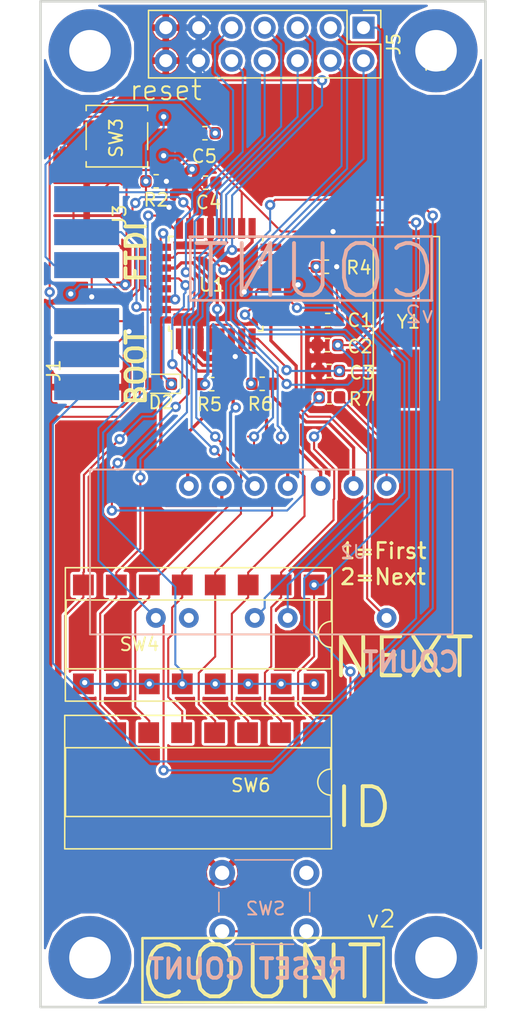
<source format=kicad_pcb>
(kicad_pcb (version 20171130) (host pcbnew 5.0.1-33cea8e~68~ubuntu14.04.1)
  (layers (0 F.Cu signal) (31 B.Cu signal) (34 B.Paste user) (35 F.Paste user) (36 B.SilkS user) (37 F.SilkS user) (38 B.Mask user) (39 F.Mask user) (44 Edge.Cuts user))
  (net 0 "")
  (net 1 XTAL1)
  (net 2 XTAL2)
  (net 3 AREF)
  (net 4 RESET)
  (net 5 DTR)
  (net 6 a0)
  (net 7 a1)
  (net 8 RX)
  (net 9 TX)
  (net 10 a2)
  (net 11 d9)
  (net 12 d10)
  (net 13 d11)
  (net 14 a3)
  (net 15 d2)
  (net 16 d12)
  (net 17 d3)
  (net 18 d13)
  (net 19 d4)
  (net 20 d5)
  (net 21 d6)
  (net 22 d7)
  (net 23 a4)
  (net 24 d8)
  (net 25 a5)
  (net 26 bus11)
  (net 27 bus13)
  (net 28 "Net-(D2-Pad2)")
  (net 29 "Net-(H1-Pad1)")
  (net 30 "Net-(H2-Pad1)")
  (net 31 "Net-(H3-Pad1)")
  (net 32 "Net-(H4-Pad1)")
  (net 33 bus1)
  (net 34 bus2)
  (net 35 bus3)
  (net 36 bus4)
  (net 37 bus5)
  (net 38 bus6)
  (net 39 bus7)
  (net 40 bus8)
  (net 41 "Net-(U1-Pad19)")
  (net 42 "Net-(U1-Pad22)")
  (net 43 "Net-(R5-Pad2)")
  (net 44 "Net-(R6-Pad2)")
  (net 45 "Net-(R7-Pad2)")
  (module autoblocks:LTC-4724JR (layer B.Cu) (at 143.256 134.112)
    (fp_text reference U2 (at 5.08 1.27) (layer B.SilkS) (effects (justify mirror)))
    (fp_text value LTC-4724JR)
    (pad 1 thru_hole circle (at -7.62 -3.81) (size 1.524 1.524) (drill 0.762) (layers *.Cu *.Mask) (net 43 "Net-(R5-Pad2)"))
    (pad 2 thru_hole circle (at -5.08 -3.81) (size 1.524 1.524) (drill 0.762) (layers *.Cu *.Mask) (net 15 d2))
    (pad 3 thru_hole circle (at -2.54 -3.81) (size 1.524 1.524) (drill 0.762) (layers *.Cu *.Mask) (net 17 d3))
    (pad 4 thru_hole circle (at 0 -3.81) (size 1.524 1.524) (drill 0.762) (layers *.Cu *.Mask) (net 19 d4))
    (pad 5 thru_hole circle (at 2.54 -3.81) (size 1.524 1.524) (drill 0.762) (layers *.Cu *.Mask) (net 44 "Net-(R6-Pad2)"))
    (pad 6 thru_hole circle (at 5.08 -3.81) (size 1.524 1.524) (drill 0.762) (layers *.Cu *.Mask) (net 20 d5))
    (pad 7 thru_hole circle (at 7.62 -3.81) (size 1.524 1.524) (drill 0.762) (layers *.Cu *.Mask) (net 45 "Net-(R7-Pad2)"))
    (pad 8 thru_hole circle (at 7.62 6.35) (size 1.524 1.524) (drill 0.762) (layers *.Cu *.Mask) (net 21 d6))
    (pad 11 thru_hole circle (at 0 6.35) (size 1.524 1.524) (drill 0.762) (layers *.Cu *.Mask) (net 22 d7))
    (pad 12 thru_hole circle (at -2.54 6.35) (size 1.524 1.524) (drill 0.762) (layers *.Cu *.Mask) (net 24 d8))
    (pad 14 thru_hole circle (at -7.62 6.35) (size 1.524 1.524) (drill 0.762) (layers *.Cu *.Mask))
    (pad 15 thru_hole circle (at -10.16 6.35) (size 1.524 1.524) (drill 0.762) (layers *.Cu *.Mask) (net 16 d12))
  )
  (module Resistor_SMD:R_0603_1608Metric (layer F.Cu) (at 141.2875 122.428)
    (fp_text reference R6 (at -0.1425 1.56) (layer F.SilkS))
    (fp_text value 1k)
    (pad 1 smd roundrect (at -0.7875 0) (size 0.875 0.95) (layers F.Cu F.Paste F.Mask) (net 23 a4))
    (pad 2 smd roundrect (at 0.7875 0) (size 0.875 0.95) (layers F.Cu F.Paste F.Mask) (net 44 "Net-(R6-Pad2)"))
  )
  (module Capacitor_SMD:C_0603_1608Metric (layer F.Cu) (at 146.3275 119.448)
    (fp_text reference C2 (at 2.5025 0.11) (layer F.SilkS))
    (fp_text value 22pf)
    (pad 2 smd roundrect (at 0.7875 0) (size 0.875 0.95) (layers F.Cu F.Paste F.Mask) (net 1 XTAL1))
    (pad 1 smd roundrect (at -0.7875 0) (size 0.875 0.95) (layers F.Cu F.Paste F.Mask) (net 27 bus13))
  )
  (module Capacitor_SMD:C_0603_1608Metric (layer F.Cu) (at 146.4525 121.438)
    (fp_text reference C3 (at 2.5275 0.14) (layer F.SilkS))
    (fp_text value 22pf)
    (pad 1 smd roundrect (at -0.7875 0) (size 0.875 0.95) (layers F.Cu F.Paste F.Mask) (net 27 bus13))
    (pad 2 smd roundrect (at 0.7875 0) (size 0.875 0.95) (layers F.Cu F.Paste F.Mask) (net 2 XTAL2))
  )
  (module Capacitor_SMD:C_0603_1608Metric (layer F.Cu) (at 136.9315 106.934 180)
    (fp_text reference C4 (at -0.2285 -1.524 180) (layer F.SilkS))
    (fp_text value 0.1mf)
    (pad 1 smd roundrect (at -0.7875 0 180) (size 0.875 0.95) (layers F.Cu F.Paste F.Mask) (net 3 AREF))
    (pad 2 smd roundrect (at 0.7875 0 180) (size 0.875 0.95) (layers F.Cu F.Paste F.Mask) (net 27 bus13))
  )
  (module Capacitor_SMD:C_0603_1608Metric (layer F.Cu) (at 136.8805 103.124)
    (fp_text reference C5 (at -0.05 1.778 180) (layer F.SilkS))
    (fp_text value 0.1mf)
    (pad 2 smd roundrect (at 0.7875 0) (size 0.875 0.95) (layers F.Cu F.Paste F.Mask) (net 5 DTR))
    (pad 1 smd roundrect (at -0.7875 0) (size 0.875 0.95) (layers F.Cu F.Paste F.Mask) (net 4 RESET))
  )
  (module Diode_SMD:D_0603_1608Metric (layer F.Cu) (at 133.5025 122.428 180)
    (fp_text reference D2 (at 0 -1.43 180) (layer F.SilkS))
    (fp_text value DIODE)
    (pad 1 smd roundrect (at -0.7875 0 180) (size 0.875 0.95) (layers F.Cu F.Paste F.Mask) (net 10 a2))
    (pad 2 smd roundrect (at 0.7875 0 180) (size 0.875 0.95) (layers F.Cu F.Paste F.Mask) (net 28 "Net-(D2-Pad2)"))
  )
  (module MountingHole:MountingHole_3.2mm_M3_Pad (layer F.Cu) (at 154.686 166.624)
    (fp_text reference H1 (at 0.254 -0.762) (layer F.SilkS))
    (fp_text value MountingHole_Pad)
    (pad 1 thru_hole circle (at 0 0) (size 6.4 6.4) (drill 3.2) (layers *.Cu *.Mask) (net 29 "Net-(H1-Pad1)"))
  )
  (module MountingHole:MountingHole_3.2mm_M3_Pad (layer F.Cu) (at 128.016 166.624)
    (fp_text reference H2 (at 0 0.254) (layer F.SilkS))
    (fp_text value MountingHole_Pad)
    (pad 1 thru_hole circle (at 0 0) (size 6.4 6.4) (drill 3.2) (layers *.Cu *.Mask) (net 30 "Net-(H2-Pad1)"))
  )
  (module MountingHole:MountingHole_3.2mm_M3_Pad (layer F.Cu) (at 154.686 96.774)
    (fp_text reference H3 (at 0 1.016) (layer F.SilkS))
    (fp_text value MountingHole_Pad)
    (pad 1 thru_hole circle (at 0 0) (size 6.4 6.4) (drill 3.2) (layers *.Cu *.Mask) (net 31 "Net-(H3-Pad1)"))
  )
  (module MountingHole:MountingHole_3.2mm_M3_Pad (layer F.Cu) (at 128.016 96.774)
    (fp_text reference H4 (at 0 0) (layer F.SilkS))
    (fp_text value MountingHole_Pad)
    (pad 1 thru_hole circle (at 0 0) (size 6.4 6.4) (drill 3.2) (layers *.Cu *.Mask) (net 32 "Net-(H4-Pad1)"))
  )
  (module Connector_PinHeader_2.54mm:PinHeader_2x07_P2.54mm_Vertical (layer F.Cu) (at 149.098 94.996 270)
    (fp_text reference J5 (at 1.27 -2.33 270) (layer F.SilkS))
    (fp_text value BUS)
    (pad 1 thru_hole rect (at 0 0 270) (size 1.7 1.7) (drill 1) (layers *.Cu *.Mask) (net 33 bus1))
    (pad 2 thru_hole oval (at 2.54 0 270) (size 1.7 1.7) (drill 1) (layers *.Cu *.Mask) (net 34 bus2))
    (pad 3 thru_hole oval (at 0 2.54 270) (size 1.7 1.7) (drill 1) (layers *.Cu *.Mask) (net 35 bus3))
    (pad 4 thru_hole oval (at 2.54 2.54 270) (size 1.7 1.7) (drill 1) (layers *.Cu *.Mask) (net 36 bus4))
    (pad 5 thru_hole oval (at 0 5.08 270) (size 1.7 1.7) (drill 1) (layers *.Cu *.Mask) (net 37 bus5))
    (pad 6 thru_hole oval (at 2.54 5.08 270) (size 1.7 1.7) (drill 1) (layers *.Cu *.Mask) (net 38 bus6))
    (pad 7 thru_hole oval (at 0 7.62 270) (size 1.7 1.7) (drill 1) (layers *.Cu *.Mask) (net 39 bus7))
    (pad 8 thru_hole oval (at 2.54 7.62 270) (size 1.7 1.7) (drill 1) (layers *.Cu *.Mask) (net 40 bus8))
    (pad 9 thru_hole oval (at 0 10.16 270) (size 1.7 1.7) (drill 1) (layers *.Cu *.Mask) (net 8 RX))
    (pad 10 thru_hole oval (at 2.54 10.16 270) (size 1.7 1.7) (drill 1) (layers *.Cu *.Mask) (net 9 TX))
    (pad 11 thru_hole oval (at 0 12.7 270) (size 1.7 1.7) (drill 1) (layers *.Cu *.Mask) (net 26 bus11))
    (pad 12 thru_hole oval (at 2.54 12.7 270) (size 1.7 1.7) (drill 1) (layers *.Cu *.Mask) (net 26 bus11))
    (pad 13 thru_hole oval (at 0 15.24 270) (size 1.7 1.7) (drill 1) (layers *.Cu *.Mask) (net 27 bus13))
    (pad 14 thru_hole oval (at 2.54 15.24 270) (size 1.7 1.7) (drill 1) (layers *.Cu *.Mask) (net 27 bus13))
  )
  (module Resistor_SMD:R_0603_1608Metric (layer F.Cu) (at 133.1175 106.83 180)
    (fp_text reference R2 (at 0 -1.43 180) (layer F.SilkS))
    (fp_text value 10k)
    (pad 1 smd roundrect (at -0.7875 0 180) (size 0.875 0.95) (layers F.Cu F.Paste F.Mask) (net 26 bus11))
    (pad 2 smd roundrect (at 0.7875 0 180) (size 0.875 0.95) (layers F.Cu F.Paste F.Mask) (net 4 RESET))
  )
  (module Resistor_SMD:R_0603_1608Metric (layer F.Cu) (at 146.2425 113.408)
    (fp_text reference R4 (at 2.4975 0.08) (layer F.SilkS))
    (fp_text value 10k)
    (pad 2 smd roundrect (at 0.7875 0) (size 0.875 0.95) (layers F.Cu F.Paste F.Mask) (net 26 bus11))
    (pad 1 smd roundrect (at -0.7875 0) (size 0.875 0.95) (layers F.Cu F.Paste F.Mask) (net 12 d10))
  )
  (module Button_Switch_SMD:SW_SPST_TL3305C (layer F.Cu) (at 130.092 103.354 180)
    (fp_text reference SW3 (at 0.066 -0.13 270) (layer F.SilkS))
    (fp_text value reset)
    (pad 1 smd rect (at 3.6 -1.5 180) (size 1.6 1.4) (layers F.Cu F.Paste F.Mask) (net 27 bus13))
    (pad 1 smd rect (at -3.6 -1.5 180) (size 1.6 1.4) (layers F.Cu F.Paste F.Mask) (net 27 bus13))
    (pad 2 smd rect (at 3.6 1.5 180) (size 1.6 1.4) (layers F.Cu F.Paste F.Mask) (net 4 RESET))
    (pad 2 smd rect (at -3.6 1.5 180) (size 1.6 1.4) (layers F.Cu F.Paste F.Mask) (net 4 RESET))
  )
  (module Package_DIP:DIP-16_W7.62mm_SMDSocket_SmallPads (layer F.Cu) (at 136.398 141.732 270)
    (fp_text reference SW4 (at 0.762 4.572) (layer F.SilkS))
    (fp_text value NEXT)
    (pad 16 smd rect (at 3.81 -8.89 270) (size 1.6 1.6) (layers F.Cu F.Paste F.Mask) (net 7 a1))
    (pad 8 smd rect (at -3.81 8.89 270) (size 1.6 1.6) (layers F.Cu F.Paste F.Mask) (net 40 bus8))
    (pad 15 smd rect (at 3.81 -6.35 270) (size 1.6 1.6) (layers F.Cu F.Paste F.Mask) (net 7 a1))
    (pad 7 smd rect (at -3.81 6.35 270) (size 1.6 1.6) (layers F.Cu F.Paste F.Mask) (net 39 bus7))
    (pad 14 smd rect (at 3.81 -3.81 270) (size 1.6 1.6) (layers F.Cu F.Paste F.Mask) (net 7 a1))
    (pad 6 smd rect (at -3.81 3.81 270) (size 1.6 1.6) (layers F.Cu F.Paste F.Mask) (net 38 bus6))
    (pad 13 smd rect (at 3.81 -1.27 270) (size 1.6 1.6) (layers F.Cu F.Paste F.Mask) (net 7 a1))
    (pad 5 smd rect (at -3.81 1.27 270) (size 1.6 1.6) (layers F.Cu F.Paste F.Mask) (net 37 bus5))
    (pad 12 smd rect (at 3.81 1.27 270) (size 1.6 1.6) (layers F.Cu F.Paste F.Mask) (net 7 a1))
    (pad 4 smd rect (at -3.81 -1.27 270) (size 1.6 1.6) (layers F.Cu F.Paste F.Mask) (net 36 bus4))
    (pad 11 smd rect (at 3.81 3.81 270) (size 1.6 1.6) (layers F.Cu F.Paste F.Mask) (net 7 a1))
    (pad 3 smd rect (at -3.81 -3.81 270) (size 1.6 1.6) (layers F.Cu F.Paste F.Mask) (net 35 bus3))
    (pad 10 smd rect (at 3.81 6.35 270) (size 1.6 1.6) (layers F.Cu F.Paste F.Mask) (net 7 a1))
    (pad 2 smd rect (at -3.81 -6.35 270) (size 1.6 1.6) (layers F.Cu F.Paste F.Mask) (net 34 bus2))
    (pad 9 smd rect (at 3.81 8.89 270) (size 1.6 1.6) (layers F.Cu F.Paste F.Mask) (net 7 a1))
    (pad 1 smd rect (at -3.81 -8.89 270) (size 1.6 1.6) (layers F.Cu F.Paste F.Mask) (net 33 bus1))
  )
  (module Package_DIP:DIP-16_W7.62mm_SMDSocket_SmallPads (layer F.Cu) (at 136.35 153.11 270)
    (fp_text reference SW6 (at 0.254 -4.064) (layer F.SilkS))
    (fp_text value ID)
    (pad 1 smd rect (at -3.81 -8.89 270) (size 1.6 1.6) (layers F.Cu F.Paste F.Mask) (net 33 bus1))
    (pad 9 smd rect (at 3.81 8.89 270) (size 1.6 1.6) (layers F.Cu F.Paste F.Mask) (net 6 a0))
    (pad 2 smd rect (at -3.81 -6.35 270) (size 1.6 1.6) (layers F.Cu F.Paste F.Mask) (net 34 bus2))
    (pad 10 smd rect (at 3.81 6.35 270) (size 1.6 1.6) (layers F.Cu F.Paste F.Mask) (net 6 a0))
    (pad 3 smd rect (at -3.81 -3.81 270) (size 1.6 1.6) (layers F.Cu F.Paste F.Mask) (net 35 bus3))
    (pad 11 smd rect (at 3.81 3.81 270) (size 1.6 1.6) (layers F.Cu F.Paste F.Mask) (net 6 a0))
    (pad 4 smd rect (at -3.81 -1.27 270) (size 1.6 1.6) (layers F.Cu F.Paste F.Mask) (net 36 bus4))
    (pad 12 smd rect (at 3.81 1.27 270) (size 1.6 1.6) (layers F.Cu F.Paste F.Mask) (net 6 a0))
    (pad 5 smd rect (at -3.81 1.27 270) (size 1.6 1.6) (layers F.Cu F.Paste F.Mask) (net 37 bus5))
    (pad 13 smd rect (at 3.81 -1.27 270) (size 1.6 1.6) (layers F.Cu F.Paste F.Mask) (net 6 a0))
    (pad 6 smd rect (at -3.81 3.81 270) (size 1.6 1.6) (layers F.Cu F.Paste F.Mask) (net 38 bus6))
    (pad 14 smd rect (at 3.81 -3.81 270) (size 1.6 1.6) (layers F.Cu F.Paste F.Mask) (net 6 a0))
    (pad 7 smd rect (at -3.81 6.35 270) (size 1.6 1.6) (layers F.Cu F.Paste F.Mask) (net 39 bus7))
    (pad 15 smd rect (at 3.81 -6.35 270) (size 1.6 1.6) (layers F.Cu F.Paste F.Mask) (net 6 a0))
    (pad 8 smd rect (at -3.81 8.89 270) (size 1.6 1.6) (layers F.Cu F.Paste F.Mask) (net 40 bus8))
    (pad 16 smd rect (at 3.81 -8.89 270) (size 1.6 1.6) (layers F.Cu F.Paste F.Mask) (net 6 a0))
  )
  (module Package_QFP:TQFP-32_7x7mm_P0.8mm (layer F.Cu) (at 137.71 114.71 90)
    (fp_text reference U1 (at -0.098 -0.296 180) (layer F.SilkS))
    (fp_text value ATmega328-AU)
    (pad 1 smd rect (at -4.25 -2.8 90) (size 1.6 0.55) (layers F.Cu F.Paste F.Mask) (net 17 d3))
    (pad 2 smd rect (at -4.25 -2 90) (size 1.6 0.55) (layers F.Cu F.Paste F.Mask) (net 19 d4))
    (pad 3 smd rect (at -4.25 -1.2 90) (size 1.6 0.55) (layers F.Cu F.Paste F.Mask) (net 27 bus13))
    (pad 4 smd rect (at -4.25 -0.4 90) (size 1.6 0.55) (layers F.Cu F.Paste F.Mask) (net 26 bus11))
    (pad 5 smd rect (at -4.25 0.4 90) (size 1.6 0.55) (layers F.Cu F.Paste F.Mask) (net 27 bus13))
    (pad 6 smd rect (at -4.25 1.2 90) (size 1.6 0.55) (layers F.Cu F.Paste F.Mask) (net 26 bus11))
    (pad 7 smd rect (at -4.25 2 90) (size 1.6 0.55) (layers F.Cu F.Paste F.Mask) (net 1 XTAL1))
    (pad 8 smd rect (at -4.25 2.8 90) (size 1.6 0.55) (layers F.Cu F.Paste F.Mask) (net 2 XTAL2))
    (pad 9 smd rect (at -2.8 4.25 180) (size 1.6 0.55) (layers F.Cu F.Paste F.Mask) (net 20 d5))
    (pad 10 smd rect (at -2 4.25 180) (size 1.6 0.55) (layers F.Cu F.Paste F.Mask) (net 21 d6))
    (pad 11 smd rect (at -1.2 4.25 180) (size 1.6 0.55) (layers F.Cu F.Paste F.Mask) (net 22 d7))
    (pad 12 smd rect (at -0.4 4.25 180) (size 1.6 0.55) (layers F.Cu F.Paste F.Mask) (net 24 d8))
    (pad 13 smd rect (at 0.4 4.25 180) (size 1.6 0.55) (layers F.Cu F.Paste F.Mask) (net 11 d9))
    (pad 14 smd rect (at 1.2 4.25 180) (size 1.6 0.55) (layers F.Cu F.Paste F.Mask) (net 12 d10))
    (pad 15 smd rect (at 2 4.25 180) (size 1.6 0.55) (layers F.Cu F.Paste F.Mask) (net 13 d11))
    (pad 16 smd rect (at 2.8 4.25 180) (size 1.6 0.55) (layers F.Cu F.Paste F.Mask) (net 16 d12))
    (pad 17 smd rect (at 4.25 2.8 90) (size 1.6 0.55) (layers F.Cu F.Paste F.Mask) (net 18 d13))
    (pad 18 smd rect (at 4.25 2 90) (size 1.6 0.55) (layers F.Cu F.Paste F.Mask) (net 26 bus11))
    (pad 19 smd rect (at 4.25 1.2 90) (size 1.6 0.55) (layers F.Cu F.Paste F.Mask) (net 41 "Net-(U1-Pad19)"))
    (pad 20 smd rect (at 4.25 0.4 90) (size 1.6 0.55) (layers F.Cu F.Paste F.Mask) (net 3 AREF))
    (pad 21 smd rect (at 4.25 -0.4 90) (size 1.6 0.55) (layers F.Cu F.Paste F.Mask) (net 27 bus13))
    (pad 22 smd rect (at 4.25 -1.2 90) (size 1.6 0.55) (layers F.Cu F.Paste F.Mask) (net 42 "Net-(U1-Pad22)"))
    (pad 23 smd rect (at 4.25 -2 90) (size 1.6 0.55) (layers F.Cu F.Paste F.Mask) (net 6 a0))
    (pad 24 smd rect (at 4.25 -2.8 90) (size 1.6 0.55) (layers F.Cu F.Paste F.Mask) (net 7 a1))
    (pad 25 smd rect (at 2.8 -4.25 180) (size 1.6 0.55) (layers F.Cu F.Paste F.Mask) (net 10 a2))
    (pad 26 smd rect (at 2 -4.25 180) (size 1.6 0.55) (layers F.Cu F.Paste F.Mask) (net 14 a3))
    (pad 27 smd rect (at 1.2 -4.25 180) (size 1.6 0.55) (layers F.Cu F.Paste F.Mask) (net 23 a4))
    (pad 28 smd rect (at 0.4 -4.25 180) (size 1.6 0.55) (layers F.Cu F.Paste F.Mask) (net 25 a5))
    (pad 29 smd rect (at -0.4 -4.25 180) (size 1.6 0.55) (layers F.Cu F.Paste F.Mask) (net 4 RESET))
    (pad 30 smd rect (at -1.2 -4.25 180) (size 1.6 0.55) (layers F.Cu F.Paste F.Mask) (net 8 RX))
    (pad 31 smd rect (at -2 -4.25 180) (size 1.6 0.55) (layers F.Cu F.Paste F.Mask) (net 9 TX))
    (pad 32 smd rect (at -2.8 -4.25 180) (size 1.6 0.55) (layers F.Cu F.Paste F.Mask) (net 15 d2))
  )
  (module Crystal:Crystal_SMD_HC49-SD (layer F.Cu) (at 152.4 117.788 270)
    (fp_text reference Y1 (at -0.13 -0.16) (layer F.SilkS))
    (fp_text value Crystal)
    (pad 1 smd rect (at -4.25 0 270) (size 4.5 2) (layers F.Cu F.Paste F.Mask) (net 1 XTAL1))
    (pad 2 smd rect (at 4.25 0 270) (size 4.5 2) (layers F.Cu F.Paste F.Mask) (net 2 XTAL2))
  )
  (module Capacitor_SMD:C_0603_1608Metric (layer F.Cu) (at 146.3425 117.518 180)
    (fp_text reference C1 (at -2.4875 -0.02 180) (layer F.SilkS))
    (fp_text value 10mf)
    (pad 2 smd roundrect (at 0.7875 0 180) (size 0.875 0.95) (layers F.Cu F.Paste F.Mask) (net 27 bus13))
    (pad 1 smd roundrect (at -0.7875 0 180) (size 0.875 0.95) (layers F.Cu F.Paste F.Mask) (net 26 bus11))
  )
  (module autoblocks:edge_connector_3 (layer F.Cu) (at 129.032 121.412 90)
    (fp_text reference J1 (at 0 -3.81 90) (layer F.SilkS))
    (fp_text value bootloader)
    (pad 6 smd rect (at 3.81 -1.27 90) (size 2 5) (layers B.Cu F.Paste B.Mask) (net 18 d13) (clearance 0.27))
    (pad 5 smd rect (at 1.27 -1.27 90) (size 2 5) (layers B.Cu F.Paste B.Mask) (net 16 d12) (clearance 0.27))
    (pad 4 smd rect (at -1.27 -1.27 90) (size 2 5) (layers B.Cu F.Paste B.Mask) (net 13 d11) (clearance 0.27))
    (pad 3 smd rect (at 3.81 -1.27 90) (size 2 5) (layers F.Cu F.Paste F.Mask) (net 12 d10) (clearance 0.27))
    (pad 2 smd rect (at 1.27 -1.27 90) (size 2 5) (layers F.Cu F.Paste F.Mask) (net 26 bus11) (clearance 0.27))
    (pad 1 smd rect (at -1.27 -1.27 90) (size 2 5) (layers F.Cu F.Paste F.Mask) (net 27 bus13) (clearance 0.27))
  )
  (module autoblocks:edge_connector_3 (layer F.Cu) (at 126.492 109.474 270)
    (fp_text reference J3 (at 0 -3.81 270) (layer F.SilkS))
    (fp_text value FTDI)
    (pad 1 smd rect (at -1.27 -1.27 270) (size 2 5) (layers F.Cu F.Paste F.Mask) (net 27 bus13) (clearance 0.27))
    (pad 2 smd rect (at 1.27 -1.27 270) (size 2 5) (layers F.Cu F.Paste F.Mask) (net 27 bus13) (clearance 0.27))
    (pad 3 smd rect (at 3.81 -1.27 270) (size 2 5) (layers F.Cu F.Paste F.Mask) (net 26 bus11) (clearance 0.27))
    (pad 4 smd rect (at -1.27 -1.27 270) (size 2 5) (layers B.Cu F.Paste B.Mask) (net 8 RX) (clearance 0.27))
    (pad 5 smd rect (at 1.27 -1.27 270) (size 2 5) (layers B.Cu F.Paste B.Mask) (net 9 TX) (clearance 0.27))
    (pad 6 smd rect (at 3.81 -1.27 270) (size 2 5) (layers B.Cu F.Paste B.Mask) (net 5 DTR) (clearance 0.27))
  )
  (module Resistor_SMD:R_0603_1608Metric (layer F.Cu) (at 137.4025 122.452)
    (fp_text reference R5 (at -0.1725 1.57) (layer F.SilkS))
    (fp_text value 1k)
    (pad 2 smd roundrect (at 0.7875 0) (size 0.875 0.95) (layers F.Cu F.Paste F.Mask) (net 43 "Net-(R5-Pad2)"))
    (pad 1 smd roundrect (at -0.7875 0) (size 0.875 0.95) (layers F.Cu F.Paste F.Mask) (net 18 d13))
  )
  (module Resistor_SMD:R_0603_1608Metric (layer F.Cu) (at 146.4675 123.468)
    (fp_text reference R7 (at 2.4625 0.14) (layer F.SilkS))
    (fp_text value 1k)
    (pad 1 smd roundrect (at -0.7875 0) (size 0.875 0.95) (layers F.Cu F.Paste F.Mask) (net 25 a5))
    (pad 2 smd roundrect (at 0.7875 0) (size 0.875 0.95) (layers F.Cu F.Paste F.Mask) (net 45 "Net-(R7-Pad2)"))
  )
  (module autoblocks:SW_PUSH_6mm_H5mm (layer B.Cu) (at 138.2 164.6)
    (fp_text reference SW2 (at 3.35 -1.75) (layer B.SilkS) (effects (justify mirror)))
    (fp_text value resetCount)
    (pad 3 thru_hole circle (at 6.5 0 270) (size 2 2) (drill 1.1) (layers *.Cu *.Mask))
    (pad 4 thru_hole circle (at 6.5 -4.5 270) (size 2 2) (drill 1.1) (layers *.Cu *.Mask))
    (pad 1 thru_hole circle (at 0 0 270) (size 2 2) (drill 1.1) (layers *.Cu *.Mask) (net 14 a3))
    (pad 2 thru_hole circle (at 0 -4.5 270) (size 2 2) (drill 1.1) (layers *.Cu *.Mask) (net 27 bus13))
  )
  (gr_text COUNT (at 152.75 143.85) (layer B.SilkS) (effects (font (size 1.5 1.5) (thickness 0.3)) (justify mirror)))
  (gr_text "RESET COUNT" (at 140.2 167.5) (layer B.SilkS) (effects (font (size 1.5 1.5) (thickness 0.3)) (justify mirror)))
  (gr_text BOOT (at 131.572 121.158 90) (layer F.SilkS) (effects (font (size 1.5 1.5) (thickness 0.3))))
  (gr_text FTDI (at 131.572 112.268 90) (layer F.SilkS) (effects (font (size 1.5 1.5) (thickness 0.3))))
  (gr_text v2 (at 150.45 163.65) (layer F.SilkS) (effects (font (size 1.3 1.3))))
  (gr_text 2=Next (at 150.6 137.3) (layer F.SilkS) (effects (font (size 1.2 1.2) (thickness 0.2))))
  (gr_text 1=First (at 150.62 135.3) (layer F.SilkS) (effects (font (size 1.2 1.2) (thickness 0.2))))
  (gr_text ID (at 149.1 155.05) (layer F.SilkS) (effects (font (size 3 3) (thickness 0.3))))
  (gr_text NEXT (at 152.146 143.51) (layer F.SilkS) (effects (font (size 3 3) (thickness 0.3))))
  (gr_text reset (at 133.858 99.822) (layer F.SilkS) (effects (font (size 1.5 1.5))))
  (gr_line (start 132.0598 165.13) (end 150.65 165.1) (layer F.SilkS) (width 0.2))
  (gr_line (start 132.0598 170.0576) (end 132.0598 165.13) (layer F.SilkS) (width 0.2))
  (gr_line (start 150.65 170.1) (end 132.0598 170.0576) (layer F.SilkS) (width 0.2))
  (gr_line (start 150.65 165.0724) (end 150.65 170) (layer F.SilkS) (width 0.2))
  (gr_text COUNT (at 141.2 167.7716) (layer F.SilkS) (effects (font (size 4 3.85) (thickness 0.3))))
  (gr_line (start 158.496 92.964) (end 124.206 92.964) (layer Edge.Cuts) (width 0.2))
  (gr_line (start 158.496 170.434) (end 158.496 92.964) (layer Edge.Cuts) (width 0.2))
  (gr_line (start 124.206 170.434) (end 158.496 170.434) (layer Edge.Cuts) (width 0.2))
  (gr_line (start 124.206 92.964) (end 124.206 170.434) (layer Edge.Cuts) (width 0.2))
  (gr_text v2 (at 153.416 117.094) (layer B.SilkS) (effects (font (size 1.3 1.3)) (justify mirror)))
  (gr_line (start 135.75 116.05) (end 135.75 111.1224) (layer B.SilkS) (width 0.2))
  (gr_line (start 154.3744 116.0076) (end 135.75 116) (layer B.SilkS) (width 0.2))
  (gr_line (start 154.349 111.0546) (end 154.349 115.9822) (layer B.SilkS) (width 0.2))
  (gr_line (start 135.7 111.1) (end 154.349 111.08) (layer B.SilkS) (width 0.2))
  (gr_text COUNT (at 145.3 113.75) (layer B.SilkS) (effects (font (size 4 3.85) (thickness 0.3)) (justify mirror)))
  (segment (start 147.6525 119.448) (end 147.115 119.448) (width 0.16) (layer F.Cu) (net 1))
  (segment (start 148.502 119.448) (end 147.6525 119.448) (width 0.16) (layer F.Cu) (net 1))
  (segment (start 153.162 114.788) (end 148.502 119.448) (width 0.16) (layer F.Cu) (net 1))
  (segment (start 152.4 113.538) (end 152.4 114.788) (width 0.16) (layer F.Cu) (net 1))
  (segment (start 147.115 119.448) (end 147.115 119.448) (width 0.16) (layer F.Cu) (net 1))
  (via (at 147.115 119.448) (size 0.8) (drill 0.4) (layers F.Cu B.Cu) (net 1))
  (via (at 143.171023 122.44301) (size 0.8) (drill 0.4) (layers F.Cu B.Cu) (net 1))
  (segment (start 143.228013 122.5) (end 143.171023 122.44301) (width 0.16) (layer B.Cu) (net 1))
  (segment (start 147.9 122.5) (end 143.228013 122.5) (width 0.16) (layer B.Cu) (net 1))
  (segment (start 148.25 122.15) (end 147.9 122.5) (width 0.16) (layer B.Cu) (net 1))
  (segment (start 148.25 120.583) (end 148.25 122.15) (width 0.16) (layer B.Cu) (net 1))
  (segment (start 147.115 119.448) (end 148.25 120.583) (width 0.16) (layer B.Cu) (net 1))
  (segment (start 140.867356 120.04) (end 143.171023 122.343667) (width 0.16) (layer F.Cu) (net 1))
  (segment (start 139.71 118.96) (end 139.71 119.859165) (width 0.16) (layer F.Cu) (net 1))
  (segment (start 143.171023 122.343667) (end 143.171023 122.44301) (width 0.16) (layer F.Cu) (net 1))
  (segment (start 139.890835 120.04) (end 140.867356 120.04) (width 0.16) (layer F.Cu) (net 1))
  (segment (start 139.71 119.859165) (end 139.890835 120.04) (width 0.16) (layer F.Cu) (net 1))
  (via (at 147.24 121.438) (size 0.8) (drill 0.4) (layers F.Cu B.Cu) (net 2))
  (segment (start 147.278 121.4) (end 147.24 121.438) (width 0.16) (layer F.Cu) (net 2))
  (segment (start 152.524 121.4) (end 147.278 121.4) (width 0.16) (layer F.Cu) (net 2))
  (segment (start 153.162 122.038) (end 152.524 121.4) (width 0.16) (layer F.Cu) (net 2))
  (via (at 143.164706 121.375669) (size 0.8) (drill 0.4) (layers F.Cu B.Cu) (net 2))
  (segment (start 140.945 118.96) (end 143.164706 121.179706) (width 0.16) (layer F.Cu) (net 2))
  (segment (start 143.164706 121.179706) (end 143.164706 121.375669) (width 0.16) (layer F.Cu) (net 2))
  (segment (start 140.51 118.96) (end 140.945 118.96) (width 0.16) (layer F.Cu) (net 2))
  (segment (start 143.227037 121.438) (end 143.164706 121.375669) (width 0.16) (layer B.Cu) (net 2))
  (segment (start 147.24 121.438) (end 143.227037 121.438) (width 0.16) (layer B.Cu) (net 2))
  (segment (start 138.11 109.5) (end 138.11 110.46) (width 0.16) (layer F.Cu) (net 3))
  (segment (start 138.11 107.9) (end 138.11 109.5) (width 0.16) (layer F.Cu) (net 3))
  (segment (start 137.719 107.509) (end 138.11 107.9) (width 0.16) (layer F.Cu) (net 3))
  (segment (start 137.719 106.934) (end 137.719 107.509) (width 0.16) (layer F.Cu) (net 3))
  (segment (start 134.823 101.854) (end 133.692 101.854) (width 0.16) (layer F.Cu) (net 4))
  (segment (start 136.093 103.124) (end 134.823 101.854) (width 0.16) (layer F.Cu) (net 4))
  (segment (start 132.732 101.854) (end 126.492 101.854) (width 0.16) (layer F.Cu) (net 4))
  (segment (start 133.692 101.854) (end 132.732 101.854) (width 0.16) (layer F.Cu) (net 4))
  (segment (start 132.33 106.83) (end 132.33 106.83) (width 0.16) (layer F.Cu) (net 4))
  (segment (start 133.692 101.854) (end 133.692 101.854) (width 0.16) (layer F.Cu) (net 4))
  (via (at 133.692 101.854) (size 0.8) (drill 0.4) (layers F.Cu B.Cu) (net 4))
  (via (at 132.331079 106.827877) (size 0.8) (drill 0.4) (layers F.Cu B.Cu) (net 4))
  (segment (start 132.331079 104.074921) (end 132.331079 106.262192) (width 0.16) (layer B.Cu) (net 4))
  (segment (start 133.692 101.854) (end 133.692 102.714) (width 0.16) (layer B.Cu) (net 4))
  (segment (start 132.331079 106.262192) (end 132.331079 106.827877) (width 0.16) (layer B.Cu) (net 4))
  (segment (start 133.692 102.714) (end 132.331079 104.074921) (width 0.16) (layer B.Cu) (net 4))
  (segment (start 132.331079 108.642848) (end 132.331079 107.393562) (width 0.16) (layer F.Cu) (net 4))
  (segment (start 131.82653 109.147397) (end 132.331079 108.642848) (width 0.16) (layer F.Cu) (net 4))
  (segment (start 132.25 114.86) (end 132.25 111.25) (width 0.16) (layer F.Cu) (net 4))
  (segment (start 132.331079 107.393562) (end 132.331079 106.827877) (width 0.16) (layer F.Cu) (net 4))
  (segment (start 132.5 115.11) (end 132.25 114.86) (width 0.16) (layer F.Cu) (net 4))
  (segment (start 133.46 115.11) (end 132.5 115.11) (width 0.16) (layer F.Cu) (net 4))
  (segment (start 132.25 111.25) (end 131.82653 110.82653) (width 0.16) (layer F.Cu) (net 4))
  (segment (start 131.82653 110.82653) (end 131.82653 109.147397) (width 0.16) (layer F.Cu) (net 4))
  (via (at 137.668 103.124) (size 0.8) (drill 0.4) (layers F.Cu B.Cu) (net 5))
  (segment (start 129.54 100.584) (end 124.58601 105.53799) (width 0.16) (layer B.Cu) (net 5))
  (segment (start 125.222 113.284) (end 127.762 113.284) (width 0.16) (layer B.Cu) (net 5))
  (segment (start 124.58601 112.64801) (end 125.222 113.284) (width 0.16) (layer B.Cu) (net 5))
  (segment (start 135.128 100.584) (end 129.54 100.584) (width 0.16) (layer B.Cu) (net 5))
  (segment (start 124.58601 105.53799) (end 124.58601 112.64801) (width 0.16) (layer B.Cu) (net 5))
  (segment (start 137.668 103.124) (end 135.128 100.584) (width 0.16) (layer B.Cu) (net 5))
  (segment (start 128.558 156.972) (end 145.288 156.972) (width 0.25) (layer F.Cu) (net 6))
  (segment (start 127.508 156.972) (end 128.558 156.972) (width 0.25) (layer F.Cu) (net 6))
  (segment (start 127.508 156.972) (end 127.508 155.922) (width 0.25) (layer F.Cu) (net 6))
  (segment (start 127.508 155.922) (end 124.991021 153.405021) (width 0.25) (layer F.Cu) (net 6))
  (segment (start 124.991021 153.405021) (end 124.991021 125.452979) (width 0.25) (layer F.Cu) (net 6))
  (segment (start 124.991021 125.452979) (end 125.476 124.968) (width 0.25) (layer F.Cu) (net 6))
  (segment (start 135.71 110.46) (end 135.71 108.948414) (width 0.16) (layer F.Cu) (net 6))
  (via (at 135.20999 108.448404) (size 0.8) (drill 0.4) (layers F.Cu B.Cu) (net 6))
  (segment (start 135.609989 108.848403) (end 135.20999 108.448404) (width 0.16) (layer F.Cu) (net 6))
  (segment (start 135.71 108.948414) (end 135.609989 108.848403) (width 0.16) (layer F.Cu) (net 6))
  (segment (start 130.303132 124.968) (end 131.850013 123.421119) (width 0.16) (layer F.Cu) (net 6))
  (segment (start 131.292011 108.720236) (end 131.51115 108.501097) (width 0.16) (layer F.Cu) (net 6))
  (segment (start 130.919998 116.073598) (end 131.855453 115.138143) (width 0.16) (layer F.Cu) (net 6))
  (segment (start 125.476 124.968) (end 130.303132 124.968) (width 0.16) (layer F.Cu) (net 6))
  (segment (start 131.911149 108.101098) (end 131.51115 108.501097) (width 0.16) (layer B.Cu) (net 6))
  (via (at 131.51115 108.501097) (size 0.8) (drill 0.4) (layers F.Cu B.Cu) (net 6))
  (segment (start 131.855453 111.526991) (end 131.292011 110.963549) (width 0.16) (layer F.Cu) (net 6))
  (segment (start 131.850013 120.109523) (end 132.1 119.859536) (width 0.16) (layer F.Cu) (net 6))
  (segment (start 132.1 118.006404) (end 130.919998 116.826402) (width 0.16) (layer F.Cu) (net 6))
  (segment (start 131.850013 123.421119) (end 131.850013 120.109523) (width 0.16) (layer F.Cu) (net 6))
  (segment (start 135.20999 108.448404) (end 134.809991 108.048405) (width 0.16) (layer B.Cu) (net 6))
  (segment (start 132.1 119.859536) (end 132.1 118.006404) (width 0.16) (layer F.Cu) (net 6))
  (segment (start 130.919998 116.826402) (end 130.919998 116.073598) (width 0.16) (layer F.Cu) (net 6))
  (segment (start 131.963842 108.048405) (end 131.911149 108.101098) (width 0.16) (layer B.Cu) (net 6))
  (segment (start 131.292011 110.963549) (end 131.292011 108.720236) (width 0.16) (layer F.Cu) (net 6))
  (segment (start 131.855453 115.138143) (end 131.855453 111.526991) (width 0.16) (layer F.Cu) (net 6))
  (segment (start 134.809991 108.048405) (end 131.963842 108.048405) (width 0.16) (layer B.Cu) (net 6))
  (via (at 145.288 145.542) (size 0.8) (drill 0.4) (layers F.Cu B.Cu) (net 7))
  (via (at 142.748 145.542) (size 0.8) (drill 0.4) (layers F.Cu B.Cu) (net 7))
  (via (at 140.208 145.542) (size 0.8) (drill 0.4) (layers F.Cu B.Cu) (net 7))
  (via (at 137.668 145.542) (size 0.8) (drill 0.4) (layers F.Cu B.Cu) (net 7))
  (via (at 135.128 145.542) (size 0.8) (drill 0.4) (layers F.Cu B.Cu) (net 7))
  (via (at 132.588 145.542) (size 0.8) (drill 0.4) (layers F.Cu B.Cu) (net 7))
  (via (at 130.048 145.542) (size 0.8) (drill 0.4) (layers F.Cu B.Cu) (net 7))
  (segment (start 127.508 145.542) (end 127.508 145.542) (width 0.16) (layer F.Cu) (net 7))
  (segment (start 127.708812 145.542) (end 127.608406 145.441594) (width 0.16) (layer B.Cu) (net 7))
  (segment (start 145.288 145.542) (end 127.708812 145.542) (width 0.16) (layer B.Cu) (net 7))
  (via (at 127.608406 145.441594) (size 0.8) (drill 0.4) (layers F.Cu B.Cu) (net 7))
  (via (at 132.506531 109.473798) (size 0.8) (drill 0.4) (layers F.Cu B.Cu) (net 7))
  (segment (start 133.072216 109.473798) (end 132.506531 109.473798) (width 0.16) (layer F.Cu) (net 7))
  (segment (start 134.91 110.46) (end 134.475 110.46) (width 0.16) (layer F.Cu) (net 7))
  (segment (start 133.488798 109.473798) (end 133.072216 109.473798) (width 0.16) (layer F.Cu) (net 7))
  (segment (start 134.475 110.46) (end 133.488798 109.473798) (width 0.16) (layer F.Cu) (net 7))
  (segment (start 135.128 145.542) (end 135.128 144.582) (width 0.16) (layer B.Cu) (net 7))
  (segment (start 134.593999 144.047999) (end 134.593999 138.085927) (width 0.16) (layer B.Cu) (net 7))
  (segment (start 129.023881 132.515809) (end 129.023881 126.185251) (width 0.16) (layer B.Cu) (net 7))
  (segment (start 135.128 144.582) (end 134.593999 144.047999) (width 0.16) (layer B.Cu) (net 7))
  (segment (start 129.023881 126.185251) (end 132.458823 122.750309) (width 0.16) (layer B.Cu) (net 7))
  (segment (start 132.458823 122.750309) (end 132.458823 109.521506) (width 0.16) (layer B.Cu) (net 7))
  (segment (start 132.458823 109.521506) (end 132.506531 109.473798) (width 0.16) (layer B.Cu) (net 7))
  (segment (start 134.593999 138.085927) (end 129.023881 132.515809) (width 0.16) (layer B.Cu) (net 7))
  (via (at 134.574252 115.923872) (size 0.8) (drill 0.4) (layers F.Cu B.Cu) (net 8))
  (segment (start 133.46 115.91) (end 134.56038 115.91) (width 0.16) (layer F.Cu) (net 8))
  (segment (start 134.56038 115.91) (end 134.574252 115.923872) (width 0.16) (layer F.Cu) (net 8))
  (segment (start 139.044011 104.517977) (end 137.643988 105.918) (width 0.16) (layer B.Cu) (net 8))
  (segment (start 137.643988 105.918) (end 135.89 107.671988) (width 0.16) (layer B.Cu) (net 8))
  (segment (start 139.044011 99.822) (end 139.044011 104.517977) (width 0.16) (layer B.Cu) (net 8))
  (segment (start 137.65 98.427989) (end 139.044011 99.822) (width 0.16) (layer B.Cu) (net 8))
  (segment (start 137.65 96.284) (end 137.65 98.427989) (width 0.16) (layer B.Cu) (net 8))
  (segment (start 138.938 94.996) (end 137.65 96.284) (width 0.16) (layer B.Cu) (net 8))
  (segment (start 128.371988 107.671988) (end 135.89 107.671988) (width 0.16) (layer B.Cu) (net 8))
  (segment (start 128.133986 107.433986) (end 128.371988 107.671988) (width 0.16) (layer B.Cu) (net 8))
  (segment (start 127.516014 107.433986) (end 128.133986 107.433986) (width 0.16) (layer B.Cu) (net 8))
  (segment (start 126.746 108.204) (end 127.516014 107.433986) (width 0.16) (layer B.Cu) (net 8))
  (segment (start 134.574252 115.358187) (end 134.574252 115.923872) (width 0.16) (layer B.Cu) (net 8))
  (segment (start 134.574252 110.281748) (end 134.574252 115.358187) (width 0.16) (layer B.Cu) (net 8))
  (segment (start 135.89 108.966) (end 134.574252 110.281748) (width 0.16) (layer B.Cu) (net 8))
  (segment (start 135.89 107.671988) (end 135.89 108.966) (width 0.16) (layer B.Cu) (net 8))
  (segment (start 130.417672 110.744) (end 131.6 111.926328) (width 0.16) (layer B.Cu) (net 9))
  (segment (start 133.46 116.71) (end 131.809998 116.71) (width 0.16) (layer F.Cu) (net 9))
  (segment (start 131.6 111.926328) (end 131.6 115.934317) (width 0.16) (layer B.Cu) (net 9))
  (segment (start 131.6 115.934317) (end 131.6 116.500002) (width 0.16) (layer B.Cu) (net 9))
  (segment (start 126.746 110.744) (end 130.417672 110.744) (width 0.16) (layer B.Cu) (net 9))
  (segment (start 131.809998 116.71) (end 131.6 116.500002) (width 0.16) (layer F.Cu) (net 9))
  (via (at 131.6 116.500002) (size 0.8) (drill 0.4) (layers F.Cu B.Cu) (net 9))
  (via (at 135.409944 113.833776) (size 0.8) (drill 0.4) (layers F.Cu B.Cu) (net 9))
  (segment (start 135.809943 114.233775) (end 135.409944 113.833776) (width 0.16) (layer F.Cu) (net 9))
  (segment (start 136.062002 114.485834) (end 135.809943 114.233775) (width 0.16) (layer F.Cu) (net 9))
  (segment (start 133.46 116.71) (end 135.806512 116.71) (width 0.16) (layer F.Cu) (net 9))
  (segment (start 136.062002 116.45451) (end 136.062002 114.485834) (width 0.16) (layer F.Cu) (net 9))
  (segment (start 135.806512 116.71) (end 136.062002 116.45451) (width 0.16) (layer F.Cu) (net 9))
  (segment (start 139.787999 104.554341) (end 136.291989 108.050351) (width 0.16) (layer B.Cu) (net 9))
  (segment (start 138.938 97.536) (end 139.787999 98.385999) (width 0.16) (layer B.Cu) (net 9))
  (segment (start 136.291989 108.050351) (end 136.291989 109.198879) (width 0.16) (layer B.Cu) (net 9))
  (segment (start 135.409944 110.080924) (end 135.409944 113.268091) (width 0.16) (layer B.Cu) (net 9))
  (segment (start 139.787999 98.385999) (end 139.787999 104.554341) (width 0.16) (layer B.Cu) (net 9))
  (segment (start 135.409944 113.268091) (end 135.409944 113.833776) (width 0.16) (layer B.Cu) (net 9))
  (segment (start 136.291989 109.198879) (end 135.409944 110.080924) (width 0.16) (layer B.Cu) (net 9))
  (via (at 134.29 122.428) (size 0.8) (drill 0.4) (layers F.Cu B.Cu) (net 10))
  (segment (start 133.46 111.035266) (end 133.656213 110.839053) (width 0.16) (layer F.Cu) (net 10))
  (segment (start 133.46 111.91) (end 133.46 111.035266) (width 0.16) (layer F.Cu) (net 10))
  (via (at 133.656213 110.839053) (size 0.8) (drill 0.4) (layers F.Cu B.Cu) (net 10))
  (segment (start 133.685998 121.823998) (end 133.685998 117.451012) (width 0.16) (layer B.Cu) (net 10))
  (segment (start 133.685998 117.451012) (end 133.892456 117.244554) (width 0.16) (layer B.Cu) (net 10))
  (segment (start 133.892456 111.075296) (end 133.656213 110.839053) (width 0.16) (layer B.Cu) (net 10))
  (segment (start 133.892456 117.244554) (end 133.892456 111.075296) (width 0.16) (layer B.Cu) (net 10))
  (segment (start 134.29 122.428) (end 133.685998 121.823998) (width 0.16) (layer B.Cu) (net 10))
  (segment (start 142.062 113.408) (end 141.96 113.51) (width 0.16) (layer F.Cu) (net 12))
  (segment (start 145.455 113.408) (end 145.542 113.538) (width 0.16) (layer F.Cu) (net 12))
  (segment (start 126.516 117.602) (end 128.016 117.602) (width 0.16) (layer F.Cu) (net 12))
  (segment (start 145.542 113.538) (end 142.062 113.408) (width 0.16) (layer F.Cu) (net 12))
  (via (at 145.455 113.408) (size 0.8) (drill 0.4) (layers F.Cu B.Cu) (net 12))
  (via (at 148.089594 144.589594) (size 0.8) (drill 0.4) (layers F.Cu B.Cu) (net 12))
  (segment (start 124.58601 156.84401) (end 126.492 158.75) (width 0.16) (layer F.Cu) (net 12))
  (segment (start 148.089594 145.155279) (end 148.089594 144.589594) (width 0.16) (layer F.Cu) (net 12))
  (segment (start 126.746 117.602) (end 131.186464 117.602) (width 0.16) (layer F.Cu) (net 12))
  (segment (start 131.490002 123.271998) (end 130.556 124.206) (width 0.16) (layer F.Cu) (net 12))
  (segment (start 130.556 124.206) (end 125.665228 124.206) (width 0.16) (layer F.Cu) (net 12))
  (segment (start 126.492 158.75) (end 146.9 158.75) (width 0.16) (layer F.Cu) (net 12))
  (segment (start 125.665228 124.206) (end 124.586011 125.285217) (width 0.16) (layer F.Cu) (net 12))
  (segment (start 146.9 158.75) (end 148.089594 157.560406) (width 0.16) (layer F.Cu) (net 12))
  (segment (start 124.586011 125.285217) (end 124.58601 156.84401) (width 0.16) (layer F.Cu) (net 12))
  (segment (start 131.739989 119.710415) (end 131.490003 119.960401) (width 0.16) (layer F.Cu) (net 12))
  (segment (start 131.490003 119.960401) (end 131.490002 123.271998) (width 0.16) (layer F.Cu) (net 12))
  (segment (start 131.739989 118.155525) (end 131.739989 119.710415) (width 0.16) (layer F.Cu) (net 12))
  (segment (start 131.186464 117.602) (end 131.739989 118.155525) (width 0.16) (layer F.Cu) (net 12))
  (segment (start 148.089594 157.560406) (end 148.089594 145.155279) (width 0.16) (layer F.Cu) (net 12))
  (segment (start 144.526 141.026) (end 147.689595 144.189595) (width 0.16) (layer B.Cu) (net 12))
  (segment (start 144.526 137.414) (end 144.526 141.026) (width 0.16) (layer B.Cu) (net 12))
  (segment (start 151.35 131.7) (end 150.24 131.7) (width 0.16) (layer B.Cu) (net 12))
  (segment (start 147.689595 144.189595) (end 148.089594 144.589594) (width 0.16) (layer B.Cu) (net 12))
  (segment (start 152.25 130.8) (end 151.35 131.7) (width 0.16) (layer B.Cu) (net 12))
  (segment (start 152.25 120.778) (end 152.25 130.8) (width 0.16) (layer B.Cu) (net 12))
  (segment (start 150.24 131.7) (end 144.526 137.414) (width 0.16) (layer B.Cu) (net 12))
  (segment (start 145.455 113.983) (end 152.25 120.778) (width 0.16) (layer B.Cu) (net 12))
  (segment (start 145.455 113.408) (end 145.455 113.983) (width 0.16) (layer B.Cu) (net 12))
  (segment (start 143.083988 112.546012) (end 147.287524 112.546012) (width 0.16) (layer F.Cu) (net 13))
  (segment (start 141.96 112.71) (end 142.92 112.71) (width 0.16) (layer F.Cu) (net 13))
  (segment (start 149.833536 110) (end 152.584315 110) (width 0.16) (layer F.Cu) (net 13))
  (segment (start 142.92 112.71) (end 143.083988 112.546012) (width 0.16) (layer F.Cu) (net 13))
  (segment (start 152.584315 110) (end 153.15 110) (width 0.16) (layer F.Cu) (net 13))
  (via (at 153.15 110) (size 0.8) (drill 0.4) (layers F.Cu B.Cu) (net 13))
  (segment (start 147.287524 112.546012) (end 149.833536 110) (width 0.16) (layer F.Cu) (net 13))
  (segment (start 142.120869 151.519999) (end 153.15 140.490868) (width 0.16) (layer B.Cu) (net 13))
  (segment (start 132.725131 151.519999) (end 142.120869 151.519999) (width 0.16) (layer B.Cu) (net 13))
  (segment (start 125.157969 125.540031) (end 125.157969 143.952837) (width 0.16) (layer B.Cu) (net 13))
  (segment (start 153.15 110.565685) (end 153.15 110) (width 0.16) (layer B.Cu) (net 13))
  (segment (start 125.157969 143.952837) (end 132.725131 151.519999) (width 0.16) (layer B.Cu) (net 13))
  (segment (start 153.15 140.490868) (end 153.15 110.565685) (width 0.16) (layer B.Cu) (net 13))
  (segment (start 128.016 122.682) (end 125.157969 125.540031) (width 0.16) (layer B.Cu) (net 13))
  (via (at 138.3 113.65) (size 0.8) (drill 0.4) (layers F.Cu B.Cu) (net 14))
  (segment (start 134.42 112.71) (end 134.78 112.35) (width 0.16) (layer F.Cu) (net 14))
  (segment (start 133.46 112.71) (end 134.42 112.71) (width 0.16) (layer F.Cu) (net 14))
  (segment (start 137 112.35) (end 138.3 113.65) (width 0.16) (layer F.Cu) (net 14))
  (segment (start 134.78 112.35) (end 137 112.35) (width 0.16) (layer F.Cu) (net 14))
  (via (at 141.9 108.650004) (size 0.8) (drill 0.4) (layers F.Cu B.Cu) (net 14))
  (segment (start 138.865685 113.65) (end 141.9 110.615685) (width 0.16) (layer B.Cu) (net 14))
  (segment (start 141.9 109.215689) (end 141.9 108.650004) (width 0.16) (layer B.Cu) (net 14))
  (segment (start 138.3 113.65) (end 138.865685 113.65) (width 0.16) (layer B.Cu) (net 14))
  (segment (start 141.9 110.615685) (end 141.9 109.215689) (width 0.16) (layer B.Cu) (net 14))
  (segment (start 142.299999 108.250005) (end 141.9 108.650004) (width 0.16) (layer F.Cu) (net 14))
  (segment (start 154.200005 108.250005) (end 142.299999 108.250005) (width 0.16) (layer F.Cu) (net 14))
  (segment (start 155.35 109.4) (end 154.200005 108.250005) (width 0.16) (layer F.Cu) (net 14))
  (segment (start 155.35 151.95) (end 155.35 109.4) (width 0.16) (layer F.Cu) (net 14))
  (segment (start 142.7 164.6) (end 155.35 151.95) (width 0.16) (layer F.Cu) (net 14))
  (segment (start 138.2 164.6) (end 142.7 164.6) (width 0.16) (layer F.Cu) (net 14))
  (segment (start 133.46 118.035) (end 133.46 117.51) (width 0.25) (layer F.Cu) (net 15))
  (segment (start 133.47751 118.05251) (end 133.46 118.035) (width 0.25) (layer F.Cu) (net 15))
  (segment (start 133.47751 131.400282) (end 133.47751 118.05251) (width 0.25) (layer F.Cu) (net 15))
  (segment (start 137.75563 131.8) (end 133.877228 131.8) (width 0.25) (layer F.Cu) (net 15))
  (segment (start 133.877228 131.8) (end 133.47751 131.400282) (width 0.25) (layer F.Cu) (net 15))
  (segment (start 138.176 131.37963) (end 137.75563 131.8) (width 0.25) (layer F.Cu) (net 15))
  (segment (start 138.176 130.302) (end 138.176 131.37963) (width 0.25) (layer F.Cu) (net 15))
  (via (at 154.432 109.474) (size 0.8) (drill 0.4) (layers F.Cu B.Cu) (net 16))
  (segment (start 149.675999 109.074001) (end 154.032001 109.074001) (width 0.16) (layer F.Cu) (net 16))
  (segment (start 154.032001 109.074001) (end 154.432 109.474) (width 0.16) (layer F.Cu) (net 16))
  (segment (start 141.96 111.91) (end 146.84 111.91) (width 0.16) (layer F.Cu) (net 16))
  (segment (start 146.84 111.91) (end 149.675999 109.074001) (width 0.16) (layer F.Cu) (net 16))
  (via (at 133.687988 152.200009) (size 0.8) (drill 0.4) (layers F.Cu B.Cu) (net 16))
  (segment (start 134.253673 152.200009) (end 133.687988 152.200009) (width 0.16) (layer B.Cu) (net 16))
  (segment (start 154.432 109.474) (end 154.432 139.718) (width 0.16) (layer B.Cu) (net 16))
  (segment (start 141.949991 152.200009) (end 134.253673 152.200009) (width 0.16) (layer B.Cu) (net 16))
  (segment (start 154.432 139.718) (end 141.949991 152.200009) (width 0.16) (layer B.Cu) (net 16))
  (segment (start 133.687988 151.634324) (end 133.687988 152.200009) (width 0.16) (layer F.Cu) (net 16))
  (segment (start 133.687988 141.053988) (end 133.687988 151.634324) (width 0.16) (layer F.Cu) (net 16))
  (segment (start 133.096 140.462) (end 133.687988 141.053988) (width 0.16) (layer F.Cu) (net 16))
  (segment (start 133.096 140.462) (end 128.663871 136.029871) (width 0.16) (layer B.Cu) (net 16))
  (segment (start 128.663871 136.029871) (end 128.663871 125.844129) (width 0.16) (layer B.Cu) (net 16))
  (segment (start 128.663871 125.844129) (end 131.064 123.444) (width 0.16) (layer B.Cu) (net 16))
  (segment (start 131.064 121.064) (end 130.142 120.142) (width 0.16) (layer B.Cu) (net 16))
  (segment (start 130.142 120.142) (end 128.016 120.142) (width 0.16) (layer B.Cu) (net 16))
  (segment (start 131.064 123.444) (end 131.064 121.064) (width 0.16) (layer B.Cu) (net 16))
  (segment (start 138.850001 128.436001) (end 138.850001 124.649999) (width 0.25) (layer B.Cu) (net 17))
  (segment (start 138.850001 124.649999) (end 139.25 124.25) (width 0.25) (layer B.Cu) (net 17))
  (segment (start 140.716 130.302) (end 138.850001 128.436001) (width 0.25) (layer B.Cu) (net 17))
  (via (at 139.25 124.25) (size 0.8) (drill 0.4) (layers F.Cu B.Cu) (net 17))
  (segment (start 134.91 120.01) (end 136.35 121.45) (width 0.25) (layer F.Cu) (net 17))
  (segment (start 134.91 118.96) (end 134.91 120.01) (width 0.25) (layer F.Cu) (net 17))
  (segment (start 138.75 121.45) (end 139.05 121.75) (width 0.25) (layer F.Cu) (net 17))
  (segment (start 136.35 121.45) (end 138.75 121.45) (width 0.25) (layer F.Cu) (net 17))
  (segment (start 139.05 121.75) (end 139.05 124.05) (width 0.25) (layer F.Cu) (net 17))
  (segment (start 139.05 124.05) (end 139.25 124.25) (width 0.25) (layer F.Cu) (net 17))
  (via (at 136.888043 122.452003) (size 0.8) (drill 0.4) (layers F.Cu B.Cu) (net 18))
  (segment (start 126.262 117.602) (end 124.909241 116.249241) (width 0.16) (layer B.Cu) (net 18))
  (segment (start 124.909241 116.249241) (end 124.909241 115.928762) (width 0.16) (layer B.Cu) (net 18))
  (segment (start 124.909241 115.928762) (end 124.909241 115.363077) (width 0.16) (layer B.Cu) (net 18))
  (segment (start 127.762 117.602) (end 126.262 117.602) (width 0.16) (layer B.Cu) (net 18))
  (via (at 124.909241 115.363077) (size 0.8) (drill 0.4) (layers F.Cu B.Cu) (net 18))
  (segment (start 140.51 111.51) (end 139.901681 112.118319) (width 0.25) (layer F.Cu) (net 18))
  (segment (start 139.901681 112.118319) (end 139.535685 112.118319) (width 0.25) (layer F.Cu) (net 18))
  (segment (start 139.535685 112.118319) (end 138.97 112.118319) (width 0.25) (layer F.Cu) (net 18))
  (via (at 138.97 112.118319) (size 0.8) (drill 0.4) (layers F.Cu B.Cu) (net 18))
  (segment (start 140.51 110.46) (end 140.51 111.51) (width 0.25) (layer F.Cu) (net 18))
  (segment (start 138.758677 112.118319) (end 138.97 112.118319) (width 0.25) (layer B.Cu) (net 18))
  (segment (start 137.574998 115.844306) (end 137.574998 113.301998) (width 0.25) (layer B.Cu) (net 18))
  (segment (start 137.099315 116.319989) (end 137.574998 115.844306) (width 0.25) (layer B.Cu) (net 18))
  (segment (start 137.099315 121.675046) (end 137.099315 116.319989) (width 0.25) (layer B.Cu) (net 18))
  (segment (start 136.888043 121.886318) (end 137.099315 121.675046) (width 0.25) (layer B.Cu) (net 18))
  (segment (start 137.574998 113.301998) (end 138.758677 112.118319) (width 0.25) (layer B.Cu) (net 18))
  (segment (start 136.888043 122.452003) (end 136.888043 121.886318) (width 0.25) (layer B.Cu) (net 18))
  (segment (start 145.899998 100.988002) (end 138.97 107.918) (width 0.16) (layer B.Cu) (net 18))
  (segment (start 138.97 107.918) (end 138.97 111.552634) (width 0.16) (layer B.Cu) (net 18))
  (segment (start 138.97 111.552634) (end 138.97 112.118319) (width 0.16) (layer B.Cu) (net 18))
  (segment (start 124.909241 115.363077) (end 124.909241 101.404759) (width 0.16) (layer F.Cu) (net 18))
  (segment (start 131.144402 99.05) (end 145.334313 99.05) (width 0.16) (layer F.Cu) (net 18))
  (segment (start 129.694402 100.5) (end 131.144402 99.05) (width 0.16) (layer F.Cu) (net 18))
  (segment (start 145.899998 99.05) (end 145.899998 100.988002) (width 0.16) (layer B.Cu) (net 18))
  (segment (start 125.814 100.5) (end 129.694402 100.5) (width 0.16) (layer F.Cu) (net 18))
  (segment (start 145.334313 99.05) (end 145.899998 99.05) (width 0.16) (layer F.Cu) (net 18))
  (segment (start 124.909241 101.404759) (end 125.814 100.5) (width 0.16) (layer F.Cu) (net 18))
  (via (at 145.899998 99.05) (size 0.8) (drill 0.4) (layers F.Cu B.Cu) (net 18))
  (segment (start 138.9364 120.999989) (end 139.500011 121.5636) (width 0.25) (layer F.Cu) (net 19))
  (segment (start 135.71 120.01) (end 136.699989 120.999989) (width 0.25) (layer F.Cu) (net 19))
  (segment (start 141.622999 125.2) (end 141.622999 127.591369) (width 0.25) (layer F.Cu) (net 19))
  (segment (start 143.256 129.22437) (end 143.256 130.302) (width 0.25) (layer F.Cu) (net 19))
  (segment (start 135.71 118.96) (end 135.71 120.01) (width 0.25) (layer F.Cu) (net 19))
  (segment (start 136.699989 120.999989) (end 138.9364 120.999989) (width 0.25) (layer F.Cu) (net 19))
  (segment (start 139.500011 121.5636) (end 139.500011 123.077012) (width 0.25) (layer F.Cu) (net 19))
  (segment (start 141.622999 127.591369) (end 143.256 129.22437) (width 0.25) (layer F.Cu) (net 19))
  (segment (start 139.500011 123.077012) (end 141.622999 125.2) (width 0.25) (layer F.Cu) (net 19))
  (segment (start 141.96 118.035) (end 141.96 117.51) (width 0.25) (layer F.Cu) (net 20))
  (segment (start 141.96 119.097959) (end 141.96 118.035) (width 0.25) (layer F.Cu) (net 20))
  (segment (start 143.905503 124.601505) (end 143.905503 121.043462) (width 0.25) (layer F.Cu) (net 20))
  (segment (start 144.670996 125.366998) (end 143.905503 124.601505) (width 0.25) (layer F.Cu) (net 20))
  (segment (start 143.905503 121.043462) (end 141.96 119.097959) (width 0.25) (layer F.Cu) (net 20))
  (segment (start 148.336 127.354998) (end 146.348001 125.366999) (width 0.25) (layer F.Cu) (net 20))
  (segment (start 148.336 130.302) (end 148.336 127.354998) (width 0.25) (layer F.Cu) (net 20))
  (segment (start 146.348001 125.366999) (end 144.670996 125.366998) (width 0.25) (layer F.Cu) (net 20))
  (segment (start 142.92 116.71) (end 141.96 116.71) (width 0.16) (layer F.Cu) (net 21))
  (segment (start 150.876 140.462) (end 149.378001 138.964001) (width 0.16) (layer F.Cu) (net 21))
  (segment (start 149.378001 138.964001) (end 149.378001 127.824227) (width 0.16) (layer F.Cu) (net 21))
  (segment (start 144.838758 124.961988) (end 144.310514 124.433744) (width 0.16) (layer F.Cu) (net 21))
  (segment (start 149.378001 127.824227) (end 146.515762 124.961988) (width 0.16) (layer F.Cu) (net 21))
  (segment (start 146.515762 124.961988) (end 144.838758 124.961988) (width 0.16) (layer F.Cu) (net 21))
  (segment (start 144.310514 124.433744) (end 144.310514 118.100514) (width 0.16) (layer F.Cu) (net 21))
  (segment (start 144.310514 118.100514) (end 142.92 116.71) (width 0.16) (layer F.Cu) (net 21))
  (segment (start 143.569991 116.169336) (end 143.96999 116.569335) (width 0.16) (layer F.Cu) (net 22))
  (via (at 143.96999 116.569335) (size 0.8) (drill 0.4) (layers F.Cu B.Cu) (net 22))
  (segment (start 141.96 115.91) (end 143.310655 115.91) (width 0.16) (layer F.Cu) (net 22))
  (segment (start 143.310655 115.91) (end 143.569991 116.169336) (width 0.16) (layer F.Cu) (net 22))
  (segment (start 146.796467 116.569335) (end 144.535675 116.569335) (width 0.16) (layer B.Cu) (net 22))
  (segment (start 149.818021 131.359979) (end 149.818021 119.590889) (width 0.16) (layer B.Cu) (net 22))
  (segment (start 143.256 137.922) (end 149.818021 131.359979) (width 0.16) (layer B.Cu) (net 22))
  (segment (start 143.256 140.462) (end 143.256 137.922) (width 0.16) (layer B.Cu) (net 22))
  (segment (start 144.535675 116.569335) (end 143.96999 116.569335) (width 0.16) (layer B.Cu) (net 22))
  (segment (start 149.818021 119.590889) (end 146.796467 116.569335) (width 0.16) (layer B.Cu) (net 22))
  (segment (start 137.824316 117.233675) (end 137.824316 116.66799) (width 0.25) (layer B.Cu) (net 23))
  (segment (start 140.425397 122.40739) (end 140.425397 120.162837) (width 0.25) (layer B.Cu) (net 23))
  (segment (start 137.824316 117.561756) (end 137.824316 117.233675) (width 0.25) (layer B.Cu) (net 23))
  (via (at 137.824316 116.66799) (size 0.8) (drill 0.4) (layers F.Cu B.Cu) (net 23))
  (via (at 140.425397 122.40739) (size 0.8) (drill 0.4) (layers F.Cu B.Cu) (net 23))
  (segment (start 140.425397 120.162837) (end 137.824316 117.561756) (width 0.25) (layer B.Cu) (net 23))
  (segment (start 135.061943 113.108775) (end 135.955636 113.108774) (width 0.25) (layer F.Cu) (net 23))
  (segment (start 137.824316 116.102305) (end 137.824316 116.66799) (width 0.25) (layer F.Cu) (net 23))
  (segment (start 133.46 113.51) (end 134.660718 113.51) (width 0.25) (layer F.Cu) (net 23))
  (segment (start 134.660718 113.51) (end 135.061943 113.108775) (width 0.25) (layer F.Cu) (net 23))
  (segment (start 135.955636 113.108774) (end 137.824316 114.977454) (width 0.25) (layer F.Cu) (net 23))
  (segment (start 137.824316 114.977454) (end 137.824316 116.102305) (width 0.25) (layer F.Cu) (net 23))
  (via (at 139.96084 117.10084) (size 0.8) (drill 0.4) (layers F.Cu B.Cu) (net 24))
  (segment (start 141 115.11) (end 140.82201 115.28799) (width 0.16) (layer F.Cu) (net 24))
  (segment (start 149.45801 130.95799) (end 149.45801 119.992878) (width 0.16) (layer B.Cu) (net 24))
  (segment (start 149.45801 119.992878) (end 147.723121 118.257989) (width 0.16) (layer B.Cu) (net 24))
  (segment (start 140.360839 117.500839) (end 139.96084 117.10084) (width 0.16) (layer B.Cu) (net 24))
  (segment (start 140.360839 116.700841) (end 139.96084 117.10084) (width 0.16) (layer F.Cu) (net 24))
  (segment (start 141.117989 118.257989) (end 140.360839 117.500839) (width 0.16) (layer B.Cu) (net 24))
  (segment (start 141.477999 139.700001) (end 141.477999 138.938001) (width 0.16) (layer B.Cu) (net 24))
  (segment (start 140.82201 115.28799) (end 140.82201 116.23967) (width 0.16) (layer F.Cu) (net 24))
  (segment (start 147.723121 118.257989) (end 141.117989 118.257989) (width 0.16) (layer B.Cu) (net 24))
  (segment (start 141.477999 138.938001) (end 149.45801 130.95799) (width 0.16) (layer B.Cu) (net 24))
  (segment (start 140.716 140.462) (end 141.477999 139.700001) (width 0.16) (layer B.Cu) (net 24))
  (segment (start 140.82201 116.23967) (end 140.360839 116.700841) (width 0.16) (layer F.Cu) (net 24))
  (segment (start 141.96 115.11) (end 141 115.11) (width 0.16) (layer F.Cu) (net 24))
  (segment (start 145.68 123.468) (end 145.68 123.468) (width 0.16) (layer F.Cu) (net 25))
  (via (at 134.62 124.206) (size 0.8) (drill 0.4) (layers F.Cu B.Cu) (net 25))
  (via (at 134.366 120.904) (size 0.8) (drill 0.4) (layers F.Cu B.Cu) (net 25))
  (segment (start 134.366 120.904) (end 135.636 122.174) (width 0.16) (layer F.Cu) (net 25))
  (segment (start 135.636 122.174) (end 135.636 123.19) (width 0.16) (layer F.Cu) (net 25))
  (segment (start 135.636 123.19) (end 134.62 124.206) (width 0.16) (layer F.Cu) (net 25))
  (segment (start 134.857896 114.31) (end 134.981274 114.433378) (width 0.16) (layer F.Cu) (net 25))
  (segment (start 135.254261 116.483371) (end 135.254261 115.526074) (width 0.16) (layer B.Cu) (net 25))
  (segment (start 135.254261 115.526074) (end 135.381273 115.399062) (width 0.16) (layer B.Cu) (net 25))
  (segment (start 134.366 117.371632) (end 135.254261 116.483371) (width 0.16) (layer B.Cu) (net 25))
  (segment (start 135.381273 115.399062) (end 135.381273 114.833377) (width 0.16) (layer B.Cu) (net 25))
  (via (at 135.381273 114.833377) (size 0.8) (drill 0.4) (layers F.Cu B.Cu) (net 25))
  (segment (start 133.46 114.31) (end 134.857896 114.31) (width 0.16) (layer F.Cu) (net 25))
  (segment (start 134.366 120.904) (end 134.366 117.371632) (width 0.16) (layer B.Cu) (net 25))
  (segment (start 134.981274 114.433378) (end 135.381273 114.833377) (width 0.16) (layer F.Cu) (net 25))
  (via (at 130.150032 128.524) (size 0.8) (drill 0.4) (layers F.Cu B.Cu) (net 25))
  (segment (start 134.62 124.206) (end 130.302 128.524) (width 0.16) (layer B.Cu) (net 25))
  (segment (start 130.302 128.524) (end 130.150032 128.524) (width 0.16) (layer B.Cu) (net 25))
  (via (at 145.68 123.468) (size 0.8) (drill 0.4) (layers F.Cu B.Cu) (net 25))
  (segment (start 129.703883 131.623722) (end 129.703883 132.189407) (width 0.16) (layer F.Cu) (net 25))
  (segment (start 129.703883 128.970149) (end 129.703883 131.623722) (width 0.16) (layer F.Cu) (net 25))
  (segment (start 144.423 124.725) (end 144.423 130.977) (width 0.16) (layer B.Cu) (net 25))
  (segment (start 130.269568 132.189407) (end 129.703883 132.189407) (width 0.16) (layer B.Cu) (net 25))
  (segment (start 144.423 130.977) (end 143.210593 132.189407) (width 0.16) (layer B.Cu) (net 25))
  (segment (start 130.150032 128.524) (end 129.703883 128.970149) (width 0.16) (layer F.Cu) (net 25))
  (segment (start 143.210593 132.189407) (end 130.269568 132.189407) (width 0.16) (layer B.Cu) (net 25))
  (segment (start 145.68 123.468) (end 144.423 124.725) (width 0.16) (layer B.Cu) (net 25))
  (via (at 129.703883 132.189407) (size 0.8) (drill 0.4) (layers F.Cu B.Cu) (net 25))
  (segment (start 147.03 115.4105) (end 147.0675 115.448) (width 0.16) (layer F.Cu) (net 26))
  (segment (start 147.03 113.408) (end 147.03 115.4105) (width 0.16) (layer F.Cu) (net 26))
  (via (at 133.905 106.83) (size 0.8) (drill 0.4) (layers F.Cu B.Cu) (net 26))
  (segment (start 128.246 113.284) (end 126.746 113.284) (width 0.16) (layer F.Cu) (net 26))
  (segment (start 137.31 118.96) (end 137.31 119.92) (width 0.16) (layer F.Cu) (net 26))
  (segment (start 139.71 109.5) (end 139.71 110.46) (width 0.16) (layer F.Cu) (net 26))
  (via (at 147.03 113.408) (size 0.8) (drill 0.4) (layers F.Cu B.Cu) (net 26))
  (segment (start 147.0675 117.4555) (end 147.13 117.518) (width 0.16) (layer F.Cu) (net 26))
  (segment (start 147.0675 115.448) (end 147.0675 117.4555) (width 0.16) (layer F.Cu) (net 26))
  (segment (start 139.71 107.656534) (end 139.71 109.5) (width 0.16) (layer F.Cu) (net 26))
  (segment (start 133.905 106.83) (end 135.520989 105.214011) (width 0.16) (layer F.Cu) (net 26))
  (segment (start 135.520989 105.214011) (end 137.267477 105.214011) (width 0.16) (layer F.Cu) (net 26))
  (segment (start 137.31 118) (end 137.430001 117.879999) (width 0.16) (layer F.Cu) (net 26))
  (segment (start 138.789999 117.879999) (end 138.91 118) (width 0.16) (layer F.Cu) (net 26))
  (segment (start 137.430001 117.879999) (end 138.789999 117.879999) (width 0.16) (layer F.Cu) (net 26))
  (segment (start 138.91 118) (end 138.91 118.96) (width 0.16) (layer F.Cu) (net 26))
  (segment (start 137.31 118.96) (end 137.31 118) (width 0.16) (layer F.Cu) (net 26))
  (segment (start 134.4425 106.83) (end 133.905 106.83) (width 0.16) (layer B.Cu) (net 26))
  (segment (start 135.960433 106.83) (end 134.4425 106.83) (width 0.16) (layer B.Cu) (net 26))
  (segment (start 138.517999 100.076) (end 138.517999 104.272434) (width 0.16) (layer B.Cu) (net 26))
  (segment (start 136.398 97.956001) (end 138.517999 100.076) (width 0.16) (layer B.Cu) (net 26))
  (segment (start 138.517999 104.272434) (end 135.960433 106.83) (width 0.16) (layer B.Cu) (net 26))
  (segment (start 136.398 97.536) (end 136.398 97.956001) (width 0.16) (layer B.Cu) (net 26))
  (via (at 146.75 110.699998) (size 0.8) (drill 0.4) (layers F.Cu B.Cu) (net 26))
  (segment (start 147.03 110.979998) (end 146.75 110.699998) (width 0.16) (layer B.Cu) (net 26))
  (segment (start 147.03 113.408) (end 147.03 110.979998) (width 0.16) (layer B.Cu) (net 26))
  (via (at 139.210834 120.328925) (size 0.8) (drill 0.4) (layers F.Cu B.Cu) (net 26))
  (segment (start 138.91 118.96) (end 138.91 120.028091) (width 0.16) (layer F.Cu) (net 26))
  (segment (start 138.91 120.028091) (end 139.210834 120.328925) (width 0.16) (layer F.Cu) (net 26))
  (via (at 128.15 115.73001) (size 0.8) (drill 0.4) (layers F.Cu B.Cu) (net 26))
  (segment (start 128.15 113.38) (end 128.15 115.164325) (width 0.16) (layer F.Cu) (net 26))
  (segment (start 128.15 115.164325) (end 128.15 115.73001) (width 0.16) (layer F.Cu) (net 26))
  (segment (start 128.246 113.284) (end 128.15 113.38) (width 0.16) (layer F.Cu) (net 26))
  (segment (start 129.895695 115.73001) (end 130.623382 116.457697) (width 0.16) (layer B.Cu) (net 26))
  (segment (start 130.623382 118.000599) (end 131.023381 118.400598) (width 0.16) (layer B.Cu) (net 26))
  (segment (start 130.623382 118.800597) (end 131.023381 118.400598) (width 0.16) (layer F.Cu) (net 26))
  (segment (start 126.746 120.142) (end 129.281979 120.142) (width 0.16) (layer F.Cu) (net 26))
  (segment (start 129.281979 120.142) (end 130.623382 118.800597) (width 0.16) (layer F.Cu) (net 26))
  (segment (start 128.15 115.73001) (end 129.895695 115.73001) (width 0.16) (layer B.Cu) (net 26))
  (segment (start 130.623382 116.457697) (end 130.623382 118.000599) (width 0.16) (layer B.Cu) (net 26))
  (via (at 131.023381 118.400598) (size 0.8) (drill 0.4) (layers F.Cu B.Cu) (net 26))
  (segment (start 139.55 107.496534) (end 139.71 107.656534) (width 0.16) (layer F.Cu) (net 26))
  (segment (start 137.267477 105.214011) (end 139.55 107.496534) (width 0.16) (layer F.Cu) (net 26))
  (segment (start 146.75 110.699998) (end 142.753464 110.699998) (width 0.16) (layer F.Cu) (net 26))
  (segment (start 140.703466 108.65) (end 139.55 107.496534) (width 0.16) (layer F.Cu) (net 26))
  (segment (start 142.753464 110.699998) (end 140.703466 108.65) (width 0.16) (layer F.Cu) (net 26))
  (via (at 134.112 108.83001) (size 0.8) (drill 0.4) (layers F.Cu B.Cu) (net 26))
  (segment (start 133.905 108.62301) (end 134.112 108.83001) (width 0.16) (layer F.Cu) (net 26))
  (segment (start 133.905 106.83) (end 133.905 108.62301) (width 0.16) (layer F.Cu) (net 26))
  (segment (start 131.495442 114.989022) (end 131.495442 111.821768) (width 0.16) (layer F.Cu) (net 26))
  (segment (start 133.038426 105.963426) (end 133.443388 106.368388) (width 0.16) (layer F.Cu) (net 26))
  (segment (start 131.780574 105.963426) (end 133.038426 105.963426) (width 0.16) (layer F.Cu) (net 26))
  (segment (start 130.831149 106.912851) (end 131.780574 105.963426) (width 0.16) (layer F.Cu) (net 26))
  (segment (start 128.246 113.284) (end 130.462 115.5) (width 0.16) (layer F.Cu) (net 26))
  (segment (start 130.984464 115.5) (end 131.495442 114.989022) (width 0.16) (layer F.Cu) (net 26))
  (segment (start 130.462 115.5) (end 130.984464 115.5) (width 0.16) (layer F.Cu) (net 26))
  (segment (start 131.495442 111.821768) (end 130.831149 111.157475) (width 0.16) (layer F.Cu) (net 26))
  (segment (start 133.443388 106.368388) (end 133.905 106.83) (width 0.16) (layer F.Cu) (net 26))
  (segment (start 130.831149 111.157475) (end 130.831149 106.912851) (width 0.16) (layer F.Cu) (net 26))
  (segment (start 132.842 110.10001) (end 134.112 108.83001) (width 0.16) (layer B.Cu) (net 26))
  (segment (start 129.470022 126.248242) (end 132.842 122.876264) (width 0.16) (layer B.Cu) (net 26))
  (segment (start 141.2 131.7) (end 130.176 131.7) (width 0.16) (layer B.Cu) (net 26))
  (segment (start 142.05 130.85) (end 141.2 131.7) (width 0.16) (layer B.Cu) (net 26))
  (segment (start 142.05 129.7) (end 142.05 130.85) (width 0.16) (layer B.Cu) (net 26))
  (segment (start 139.980002 127.630002) (end 142.05 129.7) (width 0.16) (layer B.Cu) (net 26))
  (segment (start 129.470022 130.994022) (end 129.470022 126.248242) (width 0.16) (layer B.Cu) (net 26))
  (segment (start 139.980002 123.930002) (end 139.980002 127.630002) (width 0.16) (layer B.Cu) (net 26))
  (segment (start 139.210834 120.328925) (end 139.210834 123.160834) (width 0.16) (layer B.Cu) (net 26))
  (segment (start 130.176 131.7) (end 129.470022 130.994022) (width 0.16) (layer B.Cu) (net 26))
  (segment (start 132.842 122.876264) (end 132.842 110.10001) (width 0.16) (layer B.Cu) (net 26))
  (segment (start 139.210834 123.160834) (end 139.980002 123.930002) (width 0.16) (layer B.Cu) (net 26))
  (segment (start 137.31 108.1) (end 136.144 106.934) (width 0.16) (layer F.Cu) (net 27))
  (segment (start 137.31 110.46) (end 137.31 108.1) (width 0.16) (layer F.Cu) (net 27))
  (segment (start 126.492 107.95) (end 126.746 108.204) (width 0.16) (layer F.Cu) (net 27))
  (segment (start 126.746 110.744) (end 126.746 108.204) (width 0.16) (layer F.Cu) (net 27))
  (segment (start 131.62 104.854) (end 133.692 104.854) (width 0.16) (layer F.Cu) (net 27))
  (segment (start 128.27 108.204) (end 131.62 104.854) (width 0.16) (layer F.Cu) (net 27))
  (segment (start 126.746 108.204) (end 128.27 108.204) (width 0.16) (layer F.Cu) (net 27))
  (via (at 133.692 104.854) (size 0.8) (drill 0.4) (layers F.Cu B.Cu) (net 27))
  (segment (start 136.144 106.148013) (end 135.890008 105.894021) (width 0.16) (layer F.Cu) (net 27))
  (via (at 135.890008 105.894021) (size 0.8) (drill 0.4) (layers F.Cu B.Cu) (net 27))
  (segment (start 133.692 104.854) (end 134.849987 104.854) (width 0.16) (layer B.Cu) (net 27))
  (segment (start 136.144 106.934) (end 136.144 106.148013) (width 0.16) (layer F.Cu) (net 27))
  (segment (start 135.490009 105.494022) (end 135.890008 105.894021) (width 0.16) (layer B.Cu) (net 27))
  (segment (start 134.849987 104.854) (end 135.490009 105.494022) (width 0.16) (layer B.Cu) (net 27))
  (segment (start 138.11 120.048) (end 138.11 118.96) (width 0.16) (layer F.Cu) (net 27))
  (segment (start 137.758 120.4) (end 138.11 120.048) (width 0.16) (layer F.Cu) (net 27))
  (segment (start 136.99 120.4) (end 137.758 120.4) (width 0.16) (layer F.Cu) (net 27))
  (segment (start 136.51 119.92) (end 136.99 120.4) (width 0.16) (layer F.Cu) (net 27))
  (segment (start 136.51 118.96) (end 136.51 119.92) (width 0.16) (layer F.Cu) (net 27))
  (via (at 126.534313 115.500016) (size 0.8) (drill 0.4) (layers F.Cu B.Cu) (net 27))
  (segment (start 127.762 122.682) (end 126.262 122.682) (width 0.16) (layer F.Cu) (net 27))
  (segment (start 126.262 122.682) (end 124.714 121.134) (width 0.16) (layer F.Cu) (net 27))
  (segment (start 124.714 121.134) (end 124.714 116.620315) (width 0.16) (layer F.Cu) (net 27))
  (segment (start 124.714 116.620315) (end 125.834299 115.500016) (width 0.16) (layer F.Cu) (net 27))
  (segment (start 125.834299 115.500016) (end 125.968628 115.500016) (width 0.16) (layer F.Cu) (net 27))
  (segment (start 125.968628 115.500016) (end 126.534313 115.500016) (width 0.16) (layer F.Cu) (net 27))
  (segment (start 127.762 110.744) (end 129.262 110.744) (width 0.16) (layer F.Cu) (net 27))
  (segment (start 130.736354 112.218354) (end 130.736354 114.220744) (width 0.16) (layer F.Cu) (net 27))
  (segment (start 130.736354 114.220744) (end 130.736354 114.786429) (width 0.16) (layer F.Cu) (net 27))
  (segment (start 127.2479 114.786429) (end 130.170669 114.786429) (width 0.16) (layer B.Cu) (net 27))
  (segment (start 130.170669 114.786429) (end 130.736354 114.786429) (width 0.16) (layer B.Cu) (net 27))
  (via (at 130.736354 114.786429) (size 0.8) (drill 0.4) (layers F.Cu B.Cu) (net 27))
  (segment (start 129.262 110.744) (end 130.736354 112.218354) (width 0.16) (layer F.Cu) (net 27))
  (segment (start 126.534313 115.500016) (end 127.2479 114.786429) (width 0.16) (layer B.Cu) (net 27))
  (via (at 144.05 114.8) (size 0.8) (drill 0.4) (layers F.Cu B.Cu) (net 27))
  (segment (start 145.555 116.305) (end 144.05 114.8) (width 0.16) (layer F.Cu) (net 27))
  (segment (start 145.555 117.518) (end 145.555 116.305) (width 0.16) (layer F.Cu) (net 27))
  (segment (start 139.904348 115.915685) (end 139.904348 115.35) (width 0.16) (layer F.Cu) (net 27))
  (segment (start 136.990012 117.519988) (end 138.300045 117.519988) (width 0.16) (layer F.Cu) (net 27))
  (segment (start 137.31 111.42) (end 139.904348 114.014348) (width 0.16) (layer F.Cu) (net 27))
  (segment (start 137.31 110.46) (end 137.31 111.42) (width 0.16) (layer F.Cu) (net 27))
  (via (at 139.904348 115.35) (size 0.8) (drill 0.4) (layers F.Cu B.Cu) (net 27))
  (segment (start 136.51 118.96) (end 136.51 118) (width 0.16) (layer F.Cu) (net 27))
  (segment (start 136.51 118) (end 136.990012 117.519988) (width 0.16) (layer F.Cu) (net 27))
  (segment (start 139.904348 114.784315) (end 139.904348 115.35) (width 0.16) (layer F.Cu) (net 27))
  (segment (start 140.470033 115.35) (end 139.904348 115.35) (width 0.16) (layer B.Cu) (net 27))
  (segment (start 144.05 114.8) (end 143.5 115.35) (width 0.16) (layer B.Cu) (net 27))
  (segment (start 143.5 115.35) (end 140.470033 115.35) (width 0.16) (layer B.Cu) (net 27))
  (segment (start 139.904348 114.014348) (end 139.904348 114.784315) (width 0.16) (layer F.Cu) (net 27))
  (segment (start 138.300045 117.519988) (end 139.904348 115.915685) (width 0.16) (layer F.Cu) (net 27))
  (via (at 145.288002 137.922002) (size 0.8) (drill 0.4) (layers F.Cu B.Cu) (net 33))
  (segment (start 145.288002 138.487687) (end 145.288002 137.922002) (width 0.16) (layer F.Cu) (net 33))
  (segment (start 145.288002 143.437996) (end 145.288002 138.487687) (width 0.16) (layer F.Cu) (net 33))
  (segment (start 144.057301 144.668697) (end 145.288002 143.437996) (width 0.16) (layer F.Cu) (net 33))
  (segment (start 144.057301 147.161301) (end 144.057301 144.668697) (width 0.16) (layer F.Cu) (net 33))
  (segment (start 145.288 148.392) (end 144.057301 147.161301) (width 0.16) (layer F.Cu) (net 33))
  (segment (start 145.288 149.352) (end 145.288 148.392) (width 0.16) (layer F.Cu) (net 33))
  (segment (start 145.853687 137.922002) (end 145.288002 137.922002) (width 0.16) (layer B.Cu) (net 33))
  (segment (start 152.610011 131.165678) (end 145.853687 137.922002) (width 0.16) (layer B.Cu) (net 33))
  (segment (start 150.368 118.386868) (end 152.610011 120.628879) (width 0.16) (layer B.Cu) (net 33))
  (segment (start 150.368 95.256) (end 150.368 118.386868) (width 0.16) (layer B.Cu) (net 33))
  (segment (start 149.098 94.996) (end 150.108 94.996) (width 0.16) (layer B.Cu) (net 33))
  (segment (start 152.610011 120.628879) (end 152.610011 131.165678) (width 0.16) (layer B.Cu) (net 33))
  (segment (start 150.108 94.996) (end 150.368 95.256) (width 0.16) (layer B.Cu) (net 33))
  (segment (start 145.288 126.492) (end 145.288 126.492) (width 0.16) (layer F.Cu) (net 34))
  (via (at 145.288 126.492) (size 0.8) (drill 0.4) (layers F.Cu B.Cu) (net 34))
  (segment (start 146.838001 129.002001) (end 145.288 127.452) (width 0.16) (layer F.Cu) (net 34))
  (segment (start 146.838001 131.291999) (end 146.838001 129.002001) (width 0.16) (layer F.Cu) (net 34))
  (segment (start 146.785999 131.344001) (end 146.838001 131.291999) (width 0.16) (layer F.Cu) (net 34))
  (segment (start 145.288 127.452) (end 145.288 126.492) (width 0.16) (layer F.Cu) (net 34))
  (segment (start 146.785999 132.924001) (end 146.785999 131.344001) (width 0.16) (layer F.Cu) (net 34))
  (segment (start 142.748 136.962) (end 146.785999 132.924001) (width 0.16) (layer F.Cu) (net 34))
  (segment (start 142.748 137.922) (end 142.748 136.962) (width 0.16) (layer F.Cu) (net 34))
  (segment (start 142.748 148.392) (end 142.748 149.352) (width 0.16) (layer F.Cu) (net 34))
  (segment (start 141.5 147.144) (end 142.748 148.392) (width 0.16) (layer F.Cu) (net 34))
  (segment (start 141.5 144.685998) (end 141.5 147.144) (width 0.16) (layer F.Cu) (net 34))
  (segment (start 141.986 144.199998) (end 141.5 144.685998) (width 0.16) (layer F.Cu) (net 34))
  (segment (start 141.986 139.644) (end 141.986 144.199998) (width 0.16) (layer F.Cu) (net 34))
  (segment (start 142.748 138.882) (end 141.986 139.644) (width 0.16) (layer F.Cu) (net 34))
  (segment (start 142.748 137.922) (end 142.748 138.882) (width 0.16) (layer F.Cu) (net 34))
  (segment (start 149.097999 122.682001) (end 149.097999 120.141999) (width 0.16) (layer B.Cu) (net 34))
  (segment (start 149.098 98.738081) (end 149.098 97.536) (width 0.16) (layer B.Cu) (net 34))
  (segment (start 147.574 118.618) (end 140.471596 118.618) (width 0.16) (layer B.Cu) (net 34))
  (segment (start 145.288 126.492) (end 149.097999 122.682001) (width 0.16) (layer B.Cu) (net 34))
  (segment (start 149.097999 120.141999) (end 147.574 118.618) (width 0.16) (layer B.Cu) (net 34))
  (segment (start 139.224338 117.370742) (end 139.224338 114.969258) (width 0.16) (layer B.Cu) (net 34))
  (segment (start 140.471596 118.618) (end 139.224338 117.370742) (width 0.16) (layer B.Cu) (net 34))
  (segment (start 139.224338 114.969258) (end 149.098 105.095596) (width 0.16) (layer B.Cu) (net 34))
  (segment (start 149.098 105.095596) (end 149.098 98.738081) (width 0.16) (layer B.Cu) (net 34))
  (segment (start 142.748 126.492) (end 142.748 126.492) (width 0.16) (layer F.Cu) (net 35))
  (via (at 142.748 126.492) (size 0.8) (drill 0.4) (layers F.Cu B.Cu) (net 35))
  (segment (start 140.208 148.392) (end 140.208 149.352) (width 0.16) (layer F.Cu) (net 35))
  (segment (start 138.95 147.134) (end 140.208 148.392) (width 0.16) (layer F.Cu) (net 35))
  (segment (start 138.95 140.14) (end 138.95 147.134) (width 0.16) (layer F.Cu) (net 35))
  (segment (start 140.208 138.882) (end 138.95 140.14) (width 0.16) (layer F.Cu) (net 35))
  (segment (start 140.208 137.922) (end 140.208 138.882) (width 0.16) (layer F.Cu) (net 35))
  (segment (start 142.748 127.762) (end 142.748 126.492) (width 0.16) (layer F.Cu) (net 35))
  (segment (start 144.55 129.564) (end 142.748 127.762) (width 0.16) (layer F.Cu) (net 35))
  (segment (start 144.55 132.62) (end 144.55 129.564) (width 0.16) (layer F.Cu) (net 35))
  (segment (start 140.208 136.962) (end 144.55 132.62) (width 0.16) (layer F.Cu) (net 35))
  (segment (start 140.208 137.922) (end 140.208 136.962) (width 0.16) (layer F.Cu) (net 35))
  (segment (start 142.479965 125.65828) (end 142.479965 121.135501) (width 0.16) (layer B.Cu) (net 35))
  (segment (start 147.830264 105.8542) (end 147.830264 96.268264) (width 0.16) (layer B.Cu) (net 35))
  (segment (start 138.864327 114.820137) (end 147.830264 105.8542) (width 0.16) (layer B.Cu) (net 35))
  (segment (start 138.864327 117.519863) (end 138.864327 114.820137) (width 0.16) (layer B.Cu) (net 35))
  (segment (start 142.479965 121.135501) (end 138.864327 117.519863) (width 0.16) (layer B.Cu) (net 35))
  (segment (start 142.748 125.926315) (end 142.479965 125.65828) (width 0.16) (layer B.Cu) (net 35))
  (segment (start 147.830264 96.268264) (end 147.407999 95.845999) (width 0.16) (layer B.Cu) (net 35))
  (segment (start 147.407999 95.845999) (end 146.558 94.996) (width 0.16) (layer B.Cu) (net 35))
  (segment (start 142.748 126.492) (end 142.748 125.926315) (width 0.16) (layer B.Cu) (net 35))
  (segment (start 137.668 143.437998) (end 136.398 144.707998) (width 0.16) (layer F.Cu) (net 36))
  (segment (start 137.668 137.922) (end 137.668 143.437998) (width 0.16) (layer F.Cu) (net 36))
  (segment (start 137.668 148.392) (end 137.668 149.352) (width 0.16) (layer F.Cu) (net 36))
  (segment (start 136.398 147.122) (end 137.668 148.392) (width 0.16) (layer F.Cu) (net 36))
  (segment (start 136.398 144.707998) (end 136.398 147.122) (width 0.16) (layer F.Cu) (net 36))
  (segment (start 140.208 126.492) (end 140.208 126.492) (width 0.16) (layer F.Cu) (net 36))
  (segment (start 137.668 137.922) (end 137.668 136.962) (width 0.16) (layer F.Cu) (net 36))
  (segment (start 147.407999 105.648403) (end 138.504316 114.552086) (width 0.16) (layer B.Cu) (net 36))
  (segment (start 142.05 129.604) (end 140.660012 128.214012) (width 0.16) (layer F.Cu) (net 36))
  (segment (start 138.504316 114.552086) (end 138.504316 117.668984) (width 0.16) (layer B.Cu) (net 36))
  (segment (start 140.660012 128.214012) (end 140.660012 127.057685) (width 0.16) (layer F.Cu) (net 36))
  (segment (start 142.119955 121.284623) (end 142.119955 125.032057) (width 0.16) (layer B.Cu) (net 36))
  (segment (start 142.119955 125.032057) (end 141.060011 126.092001) (width 0.16) (layer B.Cu) (net 36))
  (segment (start 137.668 136.962) (end 142.05 132.58) (width 0.16) (layer F.Cu) (net 36))
  (segment (start 142.05 132.58) (end 142.05 129.604) (width 0.16) (layer F.Cu) (net 36))
  (segment (start 141.060011 126.092001) (end 140.660012 126.492) (width 0.16) (layer B.Cu) (net 36))
  (segment (start 147.407999 98.385999) (end 147.407999 105.648403) (width 0.16) (layer B.Cu) (net 36))
  (via (at 140.660012 126.492) (size 0.8) (drill 0.4) (layers F.Cu B.Cu) (net 36))
  (segment (start 138.504316 117.668984) (end 142.119955 121.284623) (width 0.16) (layer B.Cu) (net 36))
  (segment (start 146.558 97.536) (end 147.407999 98.385999) (width 0.16) (layer B.Cu) (net 36))
  (segment (start 140.660012 127.057685) (end 140.660012 126.492) (width 0.16) (layer F.Cu) (net 36))
  (segment (start 137.668 126.492) (end 137.668 126.492) (width 0.16) (layer F.Cu) (net 37))
  (via (at 137.668 126.492) (size 0.8) (drill 0.4) (layers F.Cu B.Cu) (net 37))
  (segment (start 145.169998 96.147998) (end 145.169998 101.20887) (width 0.16) (layer B.Cu) (net 37))
  (segment (start 145.169998 101.20887) (end 138.511999 107.866869) (width 0.16) (layer B.Cu) (net 37))
  (segment (start 138.511999 111.569916) (end 137.169987 112.911928) (width 0.16) (layer B.Cu) (net 37))
  (segment (start 138.511999 107.866869) (end 138.511999 111.569916) (width 0.16) (layer B.Cu) (net 37))
  (segment (start 137.169987 112.911928) (end 137.169987 115.676545) (width 0.16) (layer B.Cu) (net 37))
  (segment (start 137.169987 115.676545) (end 136.694304 116.152228) (width 0.16) (layer B.Cu) (net 37))
  (segment (start 136.694303 117.24479) (end 136.208033 117.731059) (width 0.16) (layer B.Cu) (net 37))
  (segment (start 136.694304 116.152228) (end 136.694303 117.24479) (width 0.16) (layer B.Cu) (net 37))
  (segment (start 136.208033 117.731059) (end 136.208033 125.032033) (width 0.16) (layer B.Cu) (net 37))
  (segment (start 137.268001 126.092001) (end 137.668 126.492) (width 0.16) (layer B.Cu) (net 37))
  (segment (start 136.208033 125.032033) (end 137.268001 126.092001) (width 0.16) (layer B.Cu) (net 37))
  (segment (start 144.018 94.996) (end 145.169998 96.147998) (width 0.16) (layer B.Cu) (net 37))
  (segment (start 135.128 136.962) (end 139.65 132.44) (width 0.16) (layer F.Cu) (net 37))
  (segment (start 135.128 137.922) (end 135.128 136.962) (width 0.16) (layer F.Cu) (net 37))
  (segment (start 139.65 128.474) (end 138.067999 126.891999) (width 0.16) (layer F.Cu) (net 37))
  (segment (start 138.067999 126.891999) (end 137.668 126.492) (width 0.16) (layer F.Cu) (net 37))
  (segment (start 139.65 132.44) (end 139.65 128.474) (width 0.16) (layer F.Cu) (net 37))
  (segment (start 135.128 147.646002) (end 135.128 148.392) (width 0.16) (layer F.Cu) (net 37))
  (segment (start 135.128 138.882) (end 134.35 139.66) (width 0.16) (layer F.Cu) (net 37))
  (segment (start 134.35 141.75) (end 134.047999 142.052001) (width 0.16) (layer F.Cu) (net 37))
  (segment (start 135.128 137.922) (end 135.128 138.882) (width 0.16) (layer F.Cu) (net 37))
  (segment (start 135.128 148.392) (end 135.128 149.352) (width 0.16) (layer F.Cu) (net 37))
  (segment (start 134.35 139.66) (end 134.35 141.75) (width 0.16) (layer F.Cu) (net 37))
  (segment (start 134.047999 142.052001) (end 134.047999 146.566001) (width 0.16) (layer F.Cu) (net 37))
  (segment (start 134.047999 146.566001) (end 135.128 147.646002) (width 0.16) (layer F.Cu) (net 37))
  (segment (start 132.588 148.392) (end 132.588 149.352) (width 0.16) (layer F.Cu) (net 38))
  (segment (start 131.507999 147.311999) (end 132.588 148.392) (width 0.16) (layer F.Cu) (net 38))
  (segment (start 131.507999 139.962001) (end 131.507999 147.311999) (width 0.16) (layer F.Cu) (net 38))
  (segment (start 132.588 138.882) (end 131.507999 139.962001) (width 0.16) (layer F.Cu) (net 38))
  (segment (start 132.588 137.922) (end 132.588 138.882) (width 0.16) (layer F.Cu) (net 38))
  (via (at 137.600002 127.549998) (size 0.8) (drill 0.4) (layers F.Cu B.Cu) (net 38))
  (segment (start 139.289989 131.220011) (end 139.289989 129.239985) (width 0.16) (layer F.Cu) (net 38))
  (segment (start 132.588 137.922) (end 139.289989 131.220011) (width 0.16) (layer F.Cu) (net 38))
  (segment (start 139.289989 129.239985) (end 138.000001 127.949997) (width 0.16) (layer F.Cu) (net 38))
  (segment (start 138.151988 111.420795) (end 136.809976 112.762807) (width 0.16) (layer B.Cu) (net 38))
  (segment (start 136.809976 115.527424) (end 136.334294 116.003106) (width 0.16) (layer B.Cu) (net 38))
  (segment (start 137.200003 127.149999) (end 137.600002 127.549998) (width 0.16) (layer B.Cu) (net 38))
  (segment (start 136.334293 117.095667) (end 135.848022 117.581938) (width 0.16) (layer B.Cu) (net 38))
  (segment (start 135.848022 125.798018) (end 137.200003 127.149999) (width 0.16) (layer B.Cu) (net 38))
  (segment (start 136.334294 116.003106) (end 136.334293 117.095667) (width 0.16) (layer B.Cu) (net 38))
  (segment (start 136.809976 112.762807) (end 136.809976 115.527424) (width 0.16) (layer B.Cu) (net 38))
  (segment (start 138.151988 107.717748) (end 138.151988 111.420795) (width 0.16) (layer B.Cu) (net 38))
  (segment (start 135.848022 117.581938) (end 135.848022 125.798018) (width 0.16) (layer B.Cu) (net 38))
  (segment (start 144.018 101.851736) (end 138.151988 107.717748) (width 0.16) (layer B.Cu) (net 38))
  (segment (start 144.018 97.536) (end 144.018 101.851736) (width 0.16) (layer B.Cu) (net 38))
  (segment (start 138.000001 127.949997) (end 137.600002 127.549998) (width 0.16) (layer F.Cu) (net 38))
  (via (at 131.9 129.65) (size 0.8) (drill 0.4) (layers F.Cu B.Cu) (net 39))
  (segment (start 142.75 102.610604) (end 137.791977 107.568627) (width 0.16) (layer B.Cu) (net 39))
  (segment (start 135.974284 115.853986) (end 135.974283 116.946545) (width 0.16) (layer B.Cu) (net 39))
  (segment (start 135.488011 124.623144) (end 131.9 128.211155) (width 0.16) (layer B.Cu) (net 39))
  (segment (start 130.048 136.962) (end 131.9 135.11) (width 0.16) (layer F.Cu) (net 39))
  (segment (start 130.048 137.922) (end 130.048 136.962) (width 0.16) (layer F.Cu) (net 39))
  (segment (start 135.974283 116.946545) (end 135.488011 117.432817) (width 0.16) (layer B.Cu) (net 39))
  (segment (start 131.9 129.084315) (end 131.9 129.65) (width 0.16) (layer B.Cu) (net 39))
  (segment (start 131.9 130.215685) (end 131.9 129.65) (width 0.16) (layer F.Cu) (net 39))
  (segment (start 137.791977 107.568627) (end 137.791977 111.271674) (width 0.16) (layer B.Cu) (net 39))
  (segment (start 131.9 135.11) (end 131.9 130.215685) (width 0.16) (layer F.Cu) (net 39))
  (segment (start 136.449965 115.378305) (end 135.974284 115.853986) (width 0.16) (layer B.Cu) (net 39))
  (segment (start 141.478 94.996) (end 142.75 96.268) (width 0.16) (layer B.Cu) (net 39))
  (segment (start 136.449965 112.613686) (end 136.449965 115.378305) (width 0.16) (layer B.Cu) (net 39))
  (segment (start 142.75 96.268) (end 142.75 102.610604) (width 0.16) (layer B.Cu) (net 39))
  (segment (start 135.488011 117.432817) (end 135.488011 124.623144) (width 0.16) (layer B.Cu) (net 39))
  (segment (start 137.791977 111.271674) (end 136.449965 112.613686) (width 0.16) (layer B.Cu) (net 39))
  (segment (start 131.9 128.211155) (end 131.9 129.084315) (width 0.16) (layer B.Cu) (net 39))
  (segment (start 130.048 148.392) (end 130.048 149.352) (width 0.16) (layer F.Cu) (net 39))
  (segment (start 128.803445 147.147445) (end 130.048 148.392) (width 0.16) (layer F.Cu) (net 39))
  (segment (start 128.803445 140.126555) (end 128.803445 147.147445) (width 0.16) (layer F.Cu) (net 39))
  (segment (start 130.048 138.882) (end 128.803445 140.126555) (width 0.16) (layer F.Cu) (net 39))
  (segment (start 130.048 137.922) (end 130.048 138.882) (width 0.16) (layer F.Cu) (net 39))
  (segment (start 130.048 126.492) (end 130.048 126.492) (width 0.16) (layer F.Cu) (net 40))
  (via (at 130.301241 126.692439) (size 0.8) (drill 0.4) (layers F.Cu B.Cu) (net 40))
  (segment (start 127.508 138.882) (end 127.508 137.922) (width 0.16) (layer F.Cu) (net 40))
  (segment (start 126.1 146.984) (end 126.1 140.29) (width 0.16) (layer F.Cu) (net 40))
  (segment (start 127.508 148.392) (end 126.1 146.984) (width 0.16) (layer F.Cu) (net 40))
  (segment (start 126.1 140.29) (end 127.508 138.882) (width 0.16) (layer F.Cu) (net 40))
  (segment (start 127.508 149.352) (end 127.508 148.392) (width 0.16) (layer F.Cu) (net 40))
  (segment (start 129.901242 127.092438) (end 130.301241 126.692439) (width 0.16) (layer F.Cu) (net 40))
  (segment (start 127.55 129.44368) (end 129.901242 127.092438) (width 0.16) (layer F.Cu) (net 40))
  (segment (start 127.55 136.92) (end 127.55 129.44368) (width 0.16) (layer F.Cu) (net 40))
  (segment (start 127.508 136.962) (end 127.55 136.92) (width 0.16) (layer F.Cu) (net 40))
  (segment (start 127.508 137.922) (end 127.508 136.962) (width 0.16) (layer F.Cu) (net 40))
  (segment (start 130.70124 126.29244) (end 130.301241 126.692439) (width 0.16) (layer B.Cu) (net 40))
  (segment (start 135.128 117.283696) (end 135.128 122.682) (width 0.16) (layer B.Cu) (net 40))
  (segment (start 132.86 124.95) (end 132.04368 124.95) (width 0.16) (layer B.Cu) (net 40))
  (segment (start 141.478 97.536) (end 141.478 103.373472) (width 0.16) (layer B.Cu) (net 40))
  (segment (start 141.478 103.373472) (end 136.652 108.199472) (width 0.16) (layer B.Cu) (net 40))
  (segment (start 132.04368 124.95) (end 130.70124 126.29244) (width 0.16) (layer B.Cu) (net 40))
  (segment (start 136.652 109.348) (end 136.089955 109.910045) (width 0.16) (layer B.Cu) (net 40))
  (segment (start 136.089955 109.910045) (end 136.089955 115.229184) (width 0.16) (layer B.Cu) (net 40))
  (segment (start 136.089955 115.229184) (end 135.614271 115.704868) (width 0.16) (layer B.Cu) (net 40))
  (segment (start 136.652 108.199472) (end 136.652 109.348) (width 0.16) (layer B.Cu) (net 40))
  (segment (start 135.614271 116.797425) (end 135.128 117.283696) (width 0.16) (layer B.Cu) (net 40))
  (segment (start 135.614271 115.704868) (end 135.614271 116.797425) (width 0.16) (layer B.Cu) (net 40))
  (segment (start 135.128 122.682) (end 132.86 124.95) (width 0.16) (layer B.Cu) (net 40))
  (segment (start 138.19 123.56918) (end 138.19 123.027) (width 0.25) (layer F.Cu) (net 43))
  (segment (start 135.55 126.20918) (end 138.19 123.56918) (width 0.25) (layer F.Cu) (net 43))
  (segment (start 138.19 123.027) (end 138.19 122.452) (width 0.25) (layer F.Cu) (net 43))
  (segment (start 135.55 130.216) (end 135.55 126.20918) (width 0.25) (layer F.Cu) (net 43))
  (segment (start 135.636 130.302) (end 135.55 130.216) (width 0.25) (layer F.Cu) (net 43))
  (segment (start 145.796 130.302) (end 145.796 129.22437) (width 0.25) (layer F.Cu) (net 44))
  (segment (start 143.873001 127.301371) (end 143.873001 125.205412) (width 0.25) (layer F.Cu) (net 44))
  (segment (start 143.873001 125.205412) (end 142.075 123.407411) (width 0.25) (layer F.Cu) (net 44))
  (segment (start 145.796 129.22437) (end 143.873001 127.301371) (width 0.25) (layer F.Cu) (net 44))
  (segment (start 142.075 123.407411) (end 142.075 122.265) (width 0.25) (layer F.Cu) (net 44))
  (segment (start 150.876 129.22437) (end 150.876 130.302) (width 0.16) (layer F.Cu) (net 45))
  (segment (start 147.255 123.468) (end 150.876 127.089) (width 0.16) (layer F.Cu) (net 45))
  (segment (start 150.876 127.089) (end 150.876 129.22437) (width 0.16) (layer F.Cu) (net 45))
  (zone (net 27) (net_name bus13) (layer F.Cu) (connect_pads (clearance 0.16)) (min_thickness 0.16) (fill yes (arc_segments 16) (thermal_gap 0.16) (thermal_bridge_width 0.508))
    (polygon (pts (xy 124.206 92.964) (xy 158.496 92.964) (xy 158.496 170.434) (xy 124.206 170.434)))
  )
  (zone (net 26) (net_name bus11) (layer B.Cu) (connect_pads (clearance 0.16)) (min_thickness 0.16) (fill yes (arc_segments 16) (thermal_gap 0.16) (thermal_bridge_width 0.508))
    (polygon (pts (xy 124.206 92.964) (xy 158.496 92.964) (xy 158.496 170.434) (xy 124.206 170.434)))
  )
)
</source>
